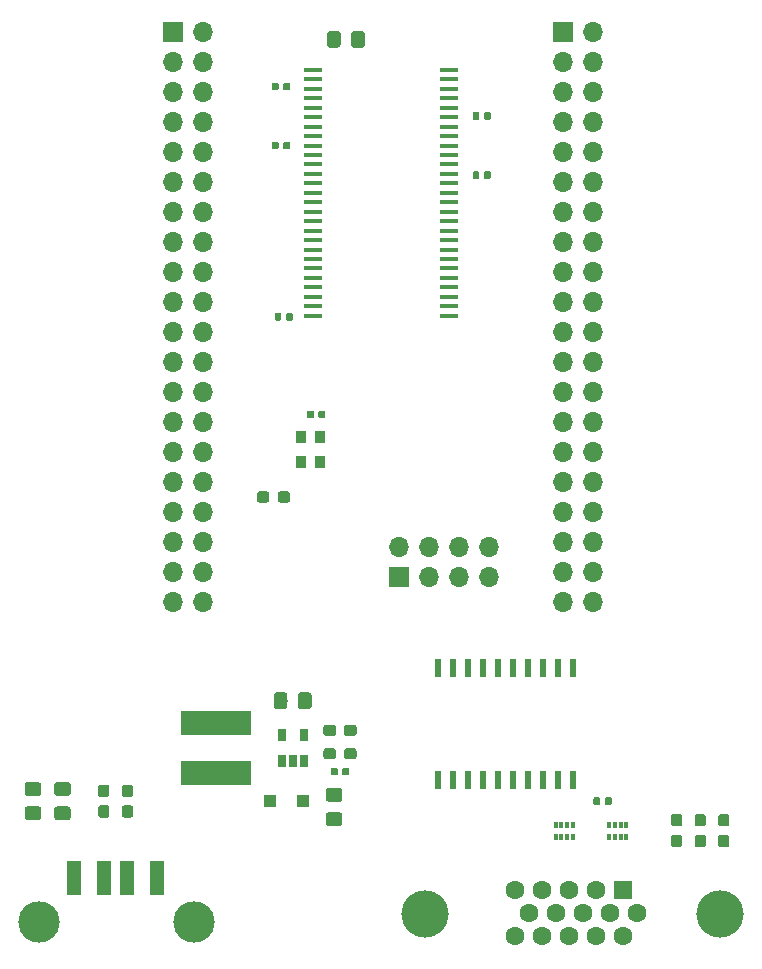
<source format=gts>
G04 #@! TF.GenerationSoftware,KiCad,Pcbnew,5.0.1*
G04 #@! TF.CreationDate,2018-10-22T18:12:29+01:00*
G04 #@! TF.ProjectId,ecp5_soc_hat,656370355F736F635F6861742E6B6963,rev?*
G04 #@! TF.SameCoordinates,Original*
G04 #@! TF.FileFunction,Soldermask,Top*
G04 #@! TF.FilePolarity,Negative*
%FSLAX46Y46*%
G04 Gerber Fmt 4.6, Leading zero omitted, Abs format (unit mm)*
G04 Created by KiCad (PCBNEW 5.0.1) date Mon 22 Oct 2018 18:12:29 BST*
%MOMM*%
%LPD*%
G01*
G04 APERTURE LIST*
%ADD10R,1.700000X1.700000*%
%ADD11O,1.700000X1.700000*%
%ADD12R,0.400000X0.500000*%
%ADD13R,0.300000X0.500000*%
%ADD14C,0.100000*%
%ADD15C,0.590000*%
%ADD16C,1.150000*%
%ADD17R,1.600000X1.600000*%
%ADD18C,1.600000*%
%ADD19C,4.000000*%
%ADD20R,1.250000X3.000000*%
%ADD21C,3.500000*%
%ADD22R,6.000000X2.000000*%
%ADD23R,1.100000X1.100000*%
%ADD24R,0.900000X1.000000*%
%ADD25R,0.600000X1.500000*%
%ADD26R,1.510000X0.458000*%
%ADD27R,0.650000X1.060000*%
%ADD28C,0.950000*%
G04 APERTURE END LIST*
D10*
G04 #@! TO.C,J3*
X136000000Y-104540000D03*
D11*
X136000000Y-102000000D03*
X138540000Y-104540000D03*
X138540000Y-102000000D03*
X141080000Y-104540000D03*
X141080000Y-102000000D03*
X143620000Y-104540000D03*
X143620000Y-102000000D03*
G04 #@! TD*
D12*
G04 #@! TO.C,RN2*
X153750000Y-126500000D03*
D13*
X154250000Y-126500000D03*
D12*
X155250000Y-126500000D03*
D13*
X154750000Y-126500000D03*
D12*
X153750000Y-125500000D03*
D13*
X154750000Y-125500000D03*
X154250000Y-125500000D03*
D12*
X155250000Y-125500000D03*
G04 #@! TD*
G04 #@! TO.C,RN1*
X150750000Y-125500000D03*
D13*
X149750000Y-125500000D03*
X150250000Y-125500000D03*
D12*
X149250000Y-125500000D03*
D13*
X150250000Y-126500000D03*
D12*
X150750000Y-126500000D03*
D13*
X149750000Y-126500000D03*
D12*
X149250000Y-126500000D03*
G04 #@! TD*
D14*
G04 #@! TO.C,C2*
G36*
X125911958Y-82180710D02*
X125926276Y-82182834D01*
X125940317Y-82186351D01*
X125953946Y-82191228D01*
X125967031Y-82197417D01*
X125979447Y-82204858D01*
X125991073Y-82213481D01*
X126001798Y-82223202D01*
X126011519Y-82233927D01*
X126020142Y-82245553D01*
X126027583Y-82257969D01*
X126033772Y-82271054D01*
X126038649Y-82284683D01*
X126042166Y-82298724D01*
X126044290Y-82313042D01*
X126045000Y-82327500D01*
X126045000Y-82672500D01*
X126044290Y-82686958D01*
X126042166Y-82701276D01*
X126038649Y-82715317D01*
X126033772Y-82728946D01*
X126027583Y-82742031D01*
X126020142Y-82754447D01*
X126011519Y-82766073D01*
X126001798Y-82776798D01*
X125991073Y-82786519D01*
X125979447Y-82795142D01*
X125967031Y-82802583D01*
X125953946Y-82808772D01*
X125940317Y-82813649D01*
X125926276Y-82817166D01*
X125911958Y-82819290D01*
X125897500Y-82820000D01*
X125602500Y-82820000D01*
X125588042Y-82819290D01*
X125573724Y-82817166D01*
X125559683Y-82813649D01*
X125546054Y-82808772D01*
X125532969Y-82802583D01*
X125520553Y-82795142D01*
X125508927Y-82786519D01*
X125498202Y-82776798D01*
X125488481Y-82766073D01*
X125479858Y-82754447D01*
X125472417Y-82742031D01*
X125466228Y-82728946D01*
X125461351Y-82715317D01*
X125457834Y-82701276D01*
X125455710Y-82686958D01*
X125455000Y-82672500D01*
X125455000Y-82327500D01*
X125455710Y-82313042D01*
X125457834Y-82298724D01*
X125461351Y-82284683D01*
X125466228Y-82271054D01*
X125472417Y-82257969D01*
X125479858Y-82245553D01*
X125488481Y-82233927D01*
X125498202Y-82223202D01*
X125508927Y-82213481D01*
X125520553Y-82204858D01*
X125532969Y-82197417D01*
X125546054Y-82191228D01*
X125559683Y-82186351D01*
X125573724Y-82182834D01*
X125588042Y-82180710D01*
X125602500Y-82180000D01*
X125897500Y-82180000D01*
X125911958Y-82180710D01*
X125911958Y-82180710D01*
G37*
D15*
X125750000Y-82500000D03*
D14*
G36*
X126881958Y-82180710D02*
X126896276Y-82182834D01*
X126910317Y-82186351D01*
X126923946Y-82191228D01*
X126937031Y-82197417D01*
X126949447Y-82204858D01*
X126961073Y-82213481D01*
X126971798Y-82223202D01*
X126981519Y-82233927D01*
X126990142Y-82245553D01*
X126997583Y-82257969D01*
X127003772Y-82271054D01*
X127008649Y-82284683D01*
X127012166Y-82298724D01*
X127014290Y-82313042D01*
X127015000Y-82327500D01*
X127015000Y-82672500D01*
X127014290Y-82686958D01*
X127012166Y-82701276D01*
X127008649Y-82715317D01*
X127003772Y-82728946D01*
X126997583Y-82742031D01*
X126990142Y-82754447D01*
X126981519Y-82766073D01*
X126971798Y-82776798D01*
X126961073Y-82786519D01*
X126949447Y-82795142D01*
X126937031Y-82802583D01*
X126923946Y-82808772D01*
X126910317Y-82813649D01*
X126896276Y-82817166D01*
X126881958Y-82819290D01*
X126867500Y-82820000D01*
X126572500Y-82820000D01*
X126558042Y-82819290D01*
X126543724Y-82817166D01*
X126529683Y-82813649D01*
X126516054Y-82808772D01*
X126502969Y-82802583D01*
X126490553Y-82795142D01*
X126478927Y-82786519D01*
X126468202Y-82776798D01*
X126458481Y-82766073D01*
X126449858Y-82754447D01*
X126442417Y-82742031D01*
X126436228Y-82728946D01*
X126431351Y-82715317D01*
X126427834Y-82701276D01*
X126425710Y-82686958D01*
X126425000Y-82672500D01*
X126425000Y-82327500D01*
X126425710Y-82313042D01*
X126427834Y-82298724D01*
X126431351Y-82284683D01*
X126436228Y-82271054D01*
X126442417Y-82257969D01*
X126449858Y-82245553D01*
X126458481Y-82233927D01*
X126468202Y-82223202D01*
X126478927Y-82213481D01*
X126490553Y-82204858D01*
X126502969Y-82197417D01*
X126516054Y-82191228D01*
X126529683Y-82186351D01*
X126543724Y-82182834D01*
X126558042Y-82180710D01*
X126572500Y-82180000D01*
X126867500Y-82180000D01*
X126881958Y-82180710D01*
X126881958Y-82180710D01*
G37*
D15*
X126720000Y-82500000D03*
G04 #@! TD*
D14*
G04 #@! TO.C,C3*
G36*
X126646958Y-67680710D02*
X126661276Y-67682834D01*
X126675317Y-67686351D01*
X126688946Y-67691228D01*
X126702031Y-67697417D01*
X126714447Y-67704858D01*
X126726073Y-67713481D01*
X126736798Y-67723202D01*
X126746519Y-67733927D01*
X126755142Y-67745553D01*
X126762583Y-67757969D01*
X126768772Y-67771054D01*
X126773649Y-67784683D01*
X126777166Y-67798724D01*
X126779290Y-67813042D01*
X126780000Y-67827500D01*
X126780000Y-68172500D01*
X126779290Y-68186958D01*
X126777166Y-68201276D01*
X126773649Y-68215317D01*
X126768772Y-68228946D01*
X126762583Y-68242031D01*
X126755142Y-68254447D01*
X126746519Y-68266073D01*
X126736798Y-68276798D01*
X126726073Y-68286519D01*
X126714447Y-68295142D01*
X126702031Y-68302583D01*
X126688946Y-68308772D01*
X126675317Y-68313649D01*
X126661276Y-68317166D01*
X126646958Y-68319290D01*
X126632500Y-68320000D01*
X126337500Y-68320000D01*
X126323042Y-68319290D01*
X126308724Y-68317166D01*
X126294683Y-68313649D01*
X126281054Y-68308772D01*
X126267969Y-68302583D01*
X126255553Y-68295142D01*
X126243927Y-68286519D01*
X126233202Y-68276798D01*
X126223481Y-68266073D01*
X126214858Y-68254447D01*
X126207417Y-68242031D01*
X126201228Y-68228946D01*
X126196351Y-68215317D01*
X126192834Y-68201276D01*
X126190710Y-68186958D01*
X126190000Y-68172500D01*
X126190000Y-67827500D01*
X126190710Y-67813042D01*
X126192834Y-67798724D01*
X126196351Y-67784683D01*
X126201228Y-67771054D01*
X126207417Y-67757969D01*
X126214858Y-67745553D01*
X126223481Y-67733927D01*
X126233202Y-67723202D01*
X126243927Y-67713481D01*
X126255553Y-67704858D01*
X126267969Y-67697417D01*
X126281054Y-67691228D01*
X126294683Y-67686351D01*
X126308724Y-67682834D01*
X126323042Y-67680710D01*
X126337500Y-67680000D01*
X126632500Y-67680000D01*
X126646958Y-67680710D01*
X126646958Y-67680710D01*
G37*
D15*
X126485000Y-68000000D03*
D14*
G36*
X125676958Y-67680710D02*
X125691276Y-67682834D01*
X125705317Y-67686351D01*
X125718946Y-67691228D01*
X125732031Y-67697417D01*
X125744447Y-67704858D01*
X125756073Y-67713481D01*
X125766798Y-67723202D01*
X125776519Y-67733927D01*
X125785142Y-67745553D01*
X125792583Y-67757969D01*
X125798772Y-67771054D01*
X125803649Y-67784683D01*
X125807166Y-67798724D01*
X125809290Y-67813042D01*
X125810000Y-67827500D01*
X125810000Y-68172500D01*
X125809290Y-68186958D01*
X125807166Y-68201276D01*
X125803649Y-68215317D01*
X125798772Y-68228946D01*
X125792583Y-68242031D01*
X125785142Y-68254447D01*
X125776519Y-68266073D01*
X125766798Y-68276798D01*
X125756073Y-68286519D01*
X125744447Y-68295142D01*
X125732031Y-68302583D01*
X125718946Y-68308772D01*
X125705317Y-68313649D01*
X125691276Y-68317166D01*
X125676958Y-68319290D01*
X125662500Y-68320000D01*
X125367500Y-68320000D01*
X125353042Y-68319290D01*
X125338724Y-68317166D01*
X125324683Y-68313649D01*
X125311054Y-68308772D01*
X125297969Y-68302583D01*
X125285553Y-68295142D01*
X125273927Y-68286519D01*
X125263202Y-68276798D01*
X125253481Y-68266073D01*
X125244858Y-68254447D01*
X125237417Y-68242031D01*
X125231228Y-68228946D01*
X125226351Y-68215317D01*
X125222834Y-68201276D01*
X125220710Y-68186958D01*
X125220000Y-68172500D01*
X125220000Y-67827500D01*
X125220710Y-67813042D01*
X125222834Y-67798724D01*
X125226351Y-67784683D01*
X125231228Y-67771054D01*
X125237417Y-67757969D01*
X125244858Y-67745553D01*
X125253481Y-67733927D01*
X125263202Y-67723202D01*
X125273927Y-67713481D01*
X125285553Y-67704858D01*
X125297969Y-67697417D01*
X125311054Y-67691228D01*
X125324683Y-67686351D01*
X125338724Y-67682834D01*
X125353042Y-67680710D01*
X125367500Y-67680000D01*
X125662500Y-67680000D01*
X125676958Y-67680710D01*
X125676958Y-67680710D01*
G37*
D15*
X125515000Y-68000000D03*
G04 #@! TD*
D14*
G04 #@! TO.C,C4*
G36*
X125676958Y-62680710D02*
X125691276Y-62682834D01*
X125705317Y-62686351D01*
X125718946Y-62691228D01*
X125732031Y-62697417D01*
X125744447Y-62704858D01*
X125756073Y-62713481D01*
X125766798Y-62723202D01*
X125776519Y-62733927D01*
X125785142Y-62745553D01*
X125792583Y-62757969D01*
X125798772Y-62771054D01*
X125803649Y-62784683D01*
X125807166Y-62798724D01*
X125809290Y-62813042D01*
X125810000Y-62827500D01*
X125810000Y-63172500D01*
X125809290Y-63186958D01*
X125807166Y-63201276D01*
X125803649Y-63215317D01*
X125798772Y-63228946D01*
X125792583Y-63242031D01*
X125785142Y-63254447D01*
X125776519Y-63266073D01*
X125766798Y-63276798D01*
X125756073Y-63286519D01*
X125744447Y-63295142D01*
X125732031Y-63302583D01*
X125718946Y-63308772D01*
X125705317Y-63313649D01*
X125691276Y-63317166D01*
X125676958Y-63319290D01*
X125662500Y-63320000D01*
X125367500Y-63320000D01*
X125353042Y-63319290D01*
X125338724Y-63317166D01*
X125324683Y-63313649D01*
X125311054Y-63308772D01*
X125297969Y-63302583D01*
X125285553Y-63295142D01*
X125273927Y-63286519D01*
X125263202Y-63276798D01*
X125253481Y-63266073D01*
X125244858Y-63254447D01*
X125237417Y-63242031D01*
X125231228Y-63228946D01*
X125226351Y-63215317D01*
X125222834Y-63201276D01*
X125220710Y-63186958D01*
X125220000Y-63172500D01*
X125220000Y-62827500D01*
X125220710Y-62813042D01*
X125222834Y-62798724D01*
X125226351Y-62784683D01*
X125231228Y-62771054D01*
X125237417Y-62757969D01*
X125244858Y-62745553D01*
X125253481Y-62733927D01*
X125263202Y-62723202D01*
X125273927Y-62713481D01*
X125285553Y-62704858D01*
X125297969Y-62697417D01*
X125311054Y-62691228D01*
X125324683Y-62686351D01*
X125338724Y-62682834D01*
X125353042Y-62680710D01*
X125367500Y-62680000D01*
X125662500Y-62680000D01*
X125676958Y-62680710D01*
X125676958Y-62680710D01*
G37*
D15*
X125515000Y-63000000D03*
D14*
G36*
X126646958Y-62680710D02*
X126661276Y-62682834D01*
X126675317Y-62686351D01*
X126688946Y-62691228D01*
X126702031Y-62697417D01*
X126714447Y-62704858D01*
X126726073Y-62713481D01*
X126736798Y-62723202D01*
X126746519Y-62733927D01*
X126755142Y-62745553D01*
X126762583Y-62757969D01*
X126768772Y-62771054D01*
X126773649Y-62784683D01*
X126777166Y-62798724D01*
X126779290Y-62813042D01*
X126780000Y-62827500D01*
X126780000Y-63172500D01*
X126779290Y-63186958D01*
X126777166Y-63201276D01*
X126773649Y-63215317D01*
X126768772Y-63228946D01*
X126762583Y-63242031D01*
X126755142Y-63254447D01*
X126746519Y-63266073D01*
X126736798Y-63276798D01*
X126726073Y-63286519D01*
X126714447Y-63295142D01*
X126702031Y-63302583D01*
X126688946Y-63308772D01*
X126675317Y-63313649D01*
X126661276Y-63317166D01*
X126646958Y-63319290D01*
X126632500Y-63320000D01*
X126337500Y-63320000D01*
X126323042Y-63319290D01*
X126308724Y-63317166D01*
X126294683Y-63313649D01*
X126281054Y-63308772D01*
X126267969Y-63302583D01*
X126255553Y-63295142D01*
X126243927Y-63286519D01*
X126233202Y-63276798D01*
X126223481Y-63266073D01*
X126214858Y-63254447D01*
X126207417Y-63242031D01*
X126201228Y-63228946D01*
X126196351Y-63215317D01*
X126192834Y-63201276D01*
X126190710Y-63186958D01*
X126190000Y-63172500D01*
X126190000Y-62827500D01*
X126190710Y-62813042D01*
X126192834Y-62798724D01*
X126196351Y-62784683D01*
X126201228Y-62771054D01*
X126207417Y-62757969D01*
X126214858Y-62745553D01*
X126223481Y-62733927D01*
X126233202Y-62723202D01*
X126243927Y-62713481D01*
X126255553Y-62704858D01*
X126267969Y-62697417D01*
X126281054Y-62691228D01*
X126294683Y-62686351D01*
X126308724Y-62682834D01*
X126323042Y-62680710D01*
X126337500Y-62680000D01*
X126632500Y-62680000D01*
X126646958Y-62680710D01*
X126646958Y-62680710D01*
G37*
D15*
X126485000Y-63000000D03*
G04 #@! TD*
D14*
G04 #@! TO.C,C5*
G36*
X142676958Y-70180710D02*
X142691276Y-70182834D01*
X142705317Y-70186351D01*
X142718946Y-70191228D01*
X142732031Y-70197417D01*
X142744447Y-70204858D01*
X142756073Y-70213481D01*
X142766798Y-70223202D01*
X142776519Y-70233927D01*
X142785142Y-70245553D01*
X142792583Y-70257969D01*
X142798772Y-70271054D01*
X142803649Y-70284683D01*
X142807166Y-70298724D01*
X142809290Y-70313042D01*
X142810000Y-70327500D01*
X142810000Y-70672500D01*
X142809290Y-70686958D01*
X142807166Y-70701276D01*
X142803649Y-70715317D01*
X142798772Y-70728946D01*
X142792583Y-70742031D01*
X142785142Y-70754447D01*
X142776519Y-70766073D01*
X142766798Y-70776798D01*
X142756073Y-70786519D01*
X142744447Y-70795142D01*
X142732031Y-70802583D01*
X142718946Y-70808772D01*
X142705317Y-70813649D01*
X142691276Y-70817166D01*
X142676958Y-70819290D01*
X142662500Y-70820000D01*
X142367500Y-70820000D01*
X142353042Y-70819290D01*
X142338724Y-70817166D01*
X142324683Y-70813649D01*
X142311054Y-70808772D01*
X142297969Y-70802583D01*
X142285553Y-70795142D01*
X142273927Y-70786519D01*
X142263202Y-70776798D01*
X142253481Y-70766073D01*
X142244858Y-70754447D01*
X142237417Y-70742031D01*
X142231228Y-70728946D01*
X142226351Y-70715317D01*
X142222834Y-70701276D01*
X142220710Y-70686958D01*
X142220000Y-70672500D01*
X142220000Y-70327500D01*
X142220710Y-70313042D01*
X142222834Y-70298724D01*
X142226351Y-70284683D01*
X142231228Y-70271054D01*
X142237417Y-70257969D01*
X142244858Y-70245553D01*
X142253481Y-70233927D01*
X142263202Y-70223202D01*
X142273927Y-70213481D01*
X142285553Y-70204858D01*
X142297969Y-70197417D01*
X142311054Y-70191228D01*
X142324683Y-70186351D01*
X142338724Y-70182834D01*
X142353042Y-70180710D01*
X142367500Y-70180000D01*
X142662500Y-70180000D01*
X142676958Y-70180710D01*
X142676958Y-70180710D01*
G37*
D15*
X142515000Y-70500000D03*
D14*
G36*
X143646958Y-70180710D02*
X143661276Y-70182834D01*
X143675317Y-70186351D01*
X143688946Y-70191228D01*
X143702031Y-70197417D01*
X143714447Y-70204858D01*
X143726073Y-70213481D01*
X143736798Y-70223202D01*
X143746519Y-70233927D01*
X143755142Y-70245553D01*
X143762583Y-70257969D01*
X143768772Y-70271054D01*
X143773649Y-70284683D01*
X143777166Y-70298724D01*
X143779290Y-70313042D01*
X143780000Y-70327500D01*
X143780000Y-70672500D01*
X143779290Y-70686958D01*
X143777166Y-70701276D01*
X143773649Y-70715317D01*
X143768772Y-70728946D01*
X143762583Y-70742031D01*
X143755142Y-70754447D01*
X143746519Y-70766073D01*
X143736798Y-70776798D01*
X143726073Y-70786519D01*
X143714447Y-70795142D01*
X143702031Y-70802583D01*
X143688946Y-70808772D01*
X143675317Y-70813649D01*
X143661276Y-70817166D01*
X143646958Y-70819290D01*
X143632500Y-70820000D01*
X143337500Y-70820000D01*
X143323042Y-70819290D01*
X143308724Y-70817166D01*
X143294683Y-70813649D01*
X143281054Y-70808772D01*
X143267969Y-70802583D01*
X143255553Y-70795142D01*
X143243927Y-70786519D01*
X143233202Y-70776798D01*
X143223481Y-70766073D01*
X143214858Y-70754447D01*
X143207417Y-70742031D01*
X143201228Y-70728946D01*
X143196351Y-70715317D01*
X143192834Y-70701276D01*
X143190710Y-70686958D01*
X143190000Y-70672500D01*
X143190000Y-70327500D01*
X143190710Y-70313042D01*
X143192834Y-70298724D01*
X143196351Y-70284683D01*
X143201228Y-70271054D01*
X143207417Y-70257969D01*
X143214858Y-70245553D01*
X143223481Y-70233927D01*
X143233202Y-70223202D01*
X143243927Y-70213481D01*
X143255553Y-70204858D01*
X143267969Y-70197417D01*
X143281054Y-70191228D01*
X143294683Y-70186351D01*
X143308724Y-70182834D01*
X143323042Y-70180710D01*
X143337500Y-70180000D01*
X143632500Y-70180000D01*
X143646958Y-70180710D01*
X143646958Y-70180710D01*
G37*
D15*
X143485000Y-70500000D03*
G04 #@! TD*
D14*
G04 #@! TO.C,C6*
G36*
X143646958Y-65180710D02*
X143661276Y-65182834D01*
X143675317Y-65186351D01*
X143688946Y-65191228D01*
X143702031Y-65197417D01*
X143714447Y-65204858D01*
X143726073Y-65213481D01*
X143736798Y-65223202D01*
X143746519Y-65233927D01*
X143755142Y-65245553D01*
X143762583Y-65257969D01*
X143768772Y-65271054D01*
X143773649Y-65284683D01*
X143777166Y-65298724D01*
X143779290Y-65313042D01*
X143780000Y-65327500D01*
X143780000Y-65672500D01*
X143779290Y-65686958D01*
X143777166Y-65701276D01*
X143773649Y-65715317D01*
X143768772Y-65728946D01*
X143762583Y-65742031D01*
X143755142Y-65754447D01*
X143746519Y-65766073D01*
X143736798Y-65776798D01*
X143726073Y-65786519D01*
X143714447Y-65795142D01*
X143702031Y-65802583D01*
X143688946Y-65808772D01*
X143675317Y-65813649D01*
X143661276Y-65817166D01*
X143646958Y-65819290D01*
X143632500Y-65820000D01*
X143337500Y-65820000D01*
X143323042Y-65819290D01*
X143308724Y-65817166D01*
X143294683Y-65813649D01*
X143281054Y-65808772D01*
X143267969Y-65802583D01*
X143255553Y-65795142D01*
X143243927Y-65786519D01*
X143233202Y-65776798D01*
X143223481Y-65766073D01*
X143214858Y-65754447D01*
X143207417Y-65742031D01*
X143201228Y-65728946D01*
X143196351Y-65715317D01*
X143192834Y-65701276D01*
X143190710Y-65686958D01*
X143190000Y-65672500D01*
X143190000Y-65327500D01*
X143190710Y-65313042D01*
X143192834Y-65298724D01*
X143196351Y-65284683D01*
X143201228Y-65271054D01*
X143207417Y-65257969D01*
X143214858Y-65245553D01*
X143223481Y-65233927D01*
X143233202Y-65223202D01*
X143243927Y-65213481D01*
X143255553Y-65204858D01*
X143267969Y-65197417D01*
X143281054Y-65191228D01*
X143294683Y-65186351D01*
X143308724Y-65182834D01*
X143323042Y-65180710D01*
X143337500Y-65180000D01*
X143632500Y-65180000D01*
X143646958Y-65180710D01*
X143646958Y-65180710D01*
G37*
D15*
X143485000Y-65500000D03*
D14*
G36*
X142676958Y-65180710D02*
X142691276Y-65182834D01*
X142705317Y-65186351D01*
X142718946Y-65191228D01*
X142732031Y-65197417D01*
X142744447Y-65204858D01*
X142756073Y-65213481D01*
X142766798Y-65223202D01*
X142776519Y-65233927D01*
X142785142Y-65245553D01*
X142792583Y-65257969D01*
X142798772Y-65271054D01*
X142803649Y-65284683D01*
X142807166Y-65298724D01*
X142809290Y-65313042D01*
X142810000Y-65327500D01*
X142810000Y-65672500D01*
X142809290Y-65686958D01*
X142807166Y-65701276D01*
X142803649Y-65715317D01*
X142798772Y-65728946D01*
X142792583Y-65742031D01*
X142785142Y-65754447D01*
X142776519Y-65766073D01*
X142766798Y-65776798D01*
X142756073Y-65786519D01*
X142744447Y-65795142D01*
X142732031Y-65802583D01*
X142718946Y-65808772D01*
X142705317Y-65813649D01*
X142691276Y-65817166D01*
X142676958Y-65819290D01*
X142662500Y-65820000D01*
X142367500Y-65820000D01*
X142353042Y-65819290D01*
X142338724Y-65817166D01*
X142324683Y-65813649D01*
X142311054Y-65808772D01*
X142297969Y-65802583D01*
X142285553Y-65795142D01*
X142273927Y-65786519D01*
X142263202Y-65776798D01*
X142253481Y-65766073D01*
X142244858Y-65754447D01*
X142237417Y-65742031D01*
X142231228Y-65728946D01*
X142226351Y-65715317D01*
X142222834Y-65701276D01*
X142220710Y-65686958D01*
X142220000Y-65672500D01*
X142220000Y-65327500D01*
X142220710Y-65313042D01*
X142222834Y-65298724D01*
X142226351Y-65284683D01*
X142231228Y-65271054D01*
X142237417Y-65257969D01*
X142244858Y-65245553D01*
X142253481Y-65233927D01*
X142263202Y-65223202D01*
X142273927Y-65213481D01*
X142285553Y-65204858D01*
X142297969Y-65197417D01*
X142311054Y-65191228D01*
X142324683Y-65186351D01*
X142338724Y-65182834D01*
X142353042Y-65180710D01*
X142367500Y-65180000D01*
X142662500Y-65180000D01*
X142676958Y-65180710D01*
X142676958Y-65180710D01*
G37*
D15*
X142515000Y-65500000D03*
G04 #@! TD*
D14*
G04 #@! TO.C,C7*
G36*
X129631958Y-90430710D02*
X129646276Y-90432834D01*
X129660317Y-90436351D01*
X129673946Y-90441228D01*
X129687031Y-90447417D01*
X129699447Y-90454858D01*
X129711073Y-90463481D01*
X129721798Y-90473202D01*
X129731519Y-90483927D01*
X129740142Y-90495553D01*
X129747583Y-90507969D01*
X129753772Y-90521054D01*
X129758649Y-90534683D01*
X129762166Y-90548724D01*
X129764290Y-90563042D01*
X129765000Y-90577500D01*
X129765000Y-90922500D01*
X129764290Y-90936958D01*
X129762166Y-90951276D01*
X129758649Y-90965317D01*
X129753772Y-90978946D01*
X129747583Y-90992031D01*
X129740142Y-91004447D01*
X129731519Y-91016073D01*
X129721798Y-91026798D01*
X129711073Y-91036519D01*
X129699447Y-91045142D01*
X129687031Y-91052583D01*
X129673946Y-91058772D01*
X129660317Y-91063649D01*
X129646276Y-91067166D01*
X129631958Y-91069290D01*
X129617500Y-91070000D01*
X129322500Y-91070000D01*
X129308042Y-91069290D01*
X129293724Y-91067166D01*
X129279683Y-91063649D01*
X129266054Y-91058772D01*
X129252969Y-91052583D01*
X129240553Y-91045142D01*
X129228927Y-91036519D01*
X129218202Y-91026798D01*
X129208481Y-91016073D01*
X129199858Y-91004447D01*
X129192417Y-90992031D01*
X129186228Y-90978946D01*
X129181351Y-90965317D01*
X129177834Y-90951276D01*
X129175710Y-90936958D01*
X129175000Y-90922500D01*
X129175000Y-90577500D01*
X129175710Y-90563042D01*
X129177834Y-90548724D01*
X129181351Y-90534683D01*
X129186228Y-90521054D01*
X129192417Y-90507969D01*
X129199858Y-90495553D01*
X129208481Y-90483927D01*
X129218202Y-90473202D01*
X129228927Y-90463481D01*
X129240553Y-90454858D01*
X129252969Y-90447417D01*
X129266054Y-90441228D01*
X129279683Y-90436351D01*
X129293724Y-90432834D01*
X129308042Y-90430710D01*
X129322500Y-90430000D01*
X129617500Y-90430000D01*
X129631958Y-90430710D01*
X129631958Y-90430710D01*
G37*
D15*
X129470000Y-90750000D03*
D14*
G36*
X128661958Y-90430710D02*
X128676276Y-90432834D01*
X128690317Y-90436351D01*
X128703946Y-90441228D01*
X128717031Y-90447417D01*
X128729447Y-90454858D01*
X128741073Y-90463481D01*
X128751798Y-90473202D01*
X128761519Y-90483927D01*
X128770142Y-90495553D01*
X128777583Y-90507969D01*
X128783772Y-90521054D01*
X128788649Y-90534683D01*
X128792166Y-90548724D01*
X128794290Y-90563042D01*
X128795000Y-90577500D01*
X128795000Y-90922500D01*
X128794290Y-90936958D01*
X128792166Y-90951276D01*
X128788649Y-90965317D01*
X128783772Y-90978946D01*
X128777583Y-90992031D01*
X128770142Y-91004447D01*
X128761519Y-91016073D01*
X128751798Y-91026798D01*
X128741073Y-91036519D01*
X128729447Y-91045142D01*
X128717031Y-91052583D01*
X128703946Y-91058772D01*
X128690317Y-91063649D01*
X128676276Y-91067166D01*
X128661958Y-91069290D01*
X128647500Y-91070000D01*
X128352500Y-91070000D01*
X128338042Y-91069290D01*
X128323724Y-91067166D01*
X128309683Y-91063649D01*
X128296054Y-91058772D01*
X128282969Y-91052583D01*
X128270553Y-91045142D01*
X128258927Y-91036519D01*
X128248202Y-91026798D01*
X128238481Y-91016073D01*
X128229858Y-91004447D01*
X128222417Y-90992031D01*
X128216228Y-90978946D01*
X128211351Y-90965317D01*
X128207834Y-90951276D01*
X128205710Y-90936958D01*
X128205000Y-90922500D01*
X128205000Y-90577500D01*
X128205710Y-90563042D01*
X128207834Y-90548724D01*
X128211351Y-90534683D01*
X128216228Y-90521054D01*
X128222417Y-90507969D01*
X128229858Y-90495553D01*
X128238481Y-90483927D01*
X128248202Y-90473202D01*
X128258927Y-90463481D01*
X128270553Y-90454858D01*
X128282969Y-90447417D01*
X128296054Y-90441228D01*
X128309683Y-90436351D01*
X128323724Y-90432834D01*
X128338042Y-90430710D01*
X128352500Y-90430000D01*
X128647500Y-90430000D01*
X128661958Y-90430710D01*
X128661958Y-90430710D01*
G37*
D15*
X128500000Y-90750000D03*
G04 #@! TD*
D14*
G04 #@! TO.C,C8*
G36*
X153881958Y-123180710D02*
X153896276Y-123182834D01*
X153910317Y-123186351D01*
X153923946Y-123191228D01*
X153937031Y-123197417D01*
X153949447Y-123204858D01*
X153961073Y-123213481D01*
X153971798Y-123223202D01*
X153981519Y-123233927D01*
X153990142Y-123245553D01*
X153997583Y-123257969D01*
X154003772Y-123271054D01*
X154008649Y-123284683D01*
X154012166Y-123298724D01*
X154014290Y-123313042D01*
X154015000Y-123327500D01*
X154015000Y-123672500D01*
X154014290Y-123686958D01*
X154012166Y-123701276D01*
X154008649Y-123715317D01*
X154003772Y-123728946D01*
X153997583Y-123742031D01*
X153990142Y-123754447D01*
X153981519Y-123766073D01*
X153971798Y-123776798D01*
X153961073Y-123786519D01*
X153949447Y-123795142D01*
X153937031Y-123802583D01*
X153923946Y-123808772D01*
X153910317Y-123813649D01*
X153896276Y-123817166D01*
X153881958Y-123819290D01*
X153867500Y-123820000D01*
X153572500Y-123820000D01*
X153558042Y-123819290D01*
X153543724Y-123817166D01*
X153529683Y-123813649D01*
X153516054Y-123808772D01*
X153502969Y-123802583D01*
X153490553Y-123795142D01*
X153478927Y-123786519D01*
X153468202Y-123776798D01*
X153458481Y-123766073D01*
X153449858Y-123754447D01*
X153442417Y-123742031D01*
X153436228Y-123728946D01*
X153431351Y-123715317D01*
X153427834Y-123701276D01*
X153425710Y-123686958D01*
X153425000Y-123672500D01*
X153425000Y-123327500D01*
X153425710Y-123313042D01*
X153427834Y-123298724D01*
X153431351Y-123284683D01*
X153436228Y-123271054D01*
X153442417Y-123257969D01*
X153449858Y-123245553D01*
X153458481Y-123233927D01*
X153468202Y-123223202D01*
X153478927Y-123213481D01*
X153490553Y-123204858D01*
X153502969Y-123197417D01*
X153516054Y-123191228D01*
X153529683Y-123186351D01*
X153543724Y-123182834D01*
X153558042Y-123180710D01*
X153572500Y-123180000D01*
X153867500Y-123180000D01*
X153881958Y-123180710D01*
X153881958Y-123180710D01*
G37*
D15*
X153720000Y-123500000D03*
D14*
G36*
X152911958Y-123180710D02*
X152926276Y-123182834D01*
X152940317Y-123186351D01*
X152953946Y-123191228D01*
X152967031Y-123197417D01*
X152979447Y-123204858D01*
X152991073Y-123213481D01*
X153001798Y-123223202D01*
X153011519Y-123233927D01*
X153020142Y-123245553D01*
X153027583Y-123257969D01*
X153033772Y-123271054D01*
X153038649Y-123284683D01*
X153042166Y-123298724D01*
X153044290Y-123313042D01*
X153045000Y-123327500D01*
X153045000Y-123672500D01*
X153044290Y-123686958D01*
X153042166Y-123701276D01*
X153038649Y-123715317D01*
X153033772Y-123728946D01*
X153027583Y-123742031D01*
X153020142Y-123754447D01*
X153011519Y-123766073D01*
X153001798Y-123776798D01*
X152991073Y-123786519D01*
X152979447Y-123795142D01*
X152967031Y-123802583D01*
X152953946Y-123808772D01*
X152940317Y-123813649D01*
X152926276Y-123817166D01*
X152911958Y-123819290D01*
X152897500Y-123820000D01*
X152602500Y-123820000D01*
X152588042Y-123819290D01*
X152573724Y-123817166D01*
X152559683Y-123813649D01*
X152546054Y-123808772D01*
X152532969Y-123802583D01*
X152520553Y-123795142D01*
X152508927Y-123786519D01*
X152498202Y-123776798D01*
X152488481Y-123766073D01*
X152479858Y-123754447D01*
X152472417Y-123742031D01*
X152466228Y-123728946D01*
X152461351Y-123715317D01*
X152457834Y-123701276D01*
X152455710Y-123686958D01*
X152455000Y-123672500D01*
X152455000Y-123327500D01*
X152455710Y-123313042D01*
X152457834Y-123298724D01*
X152461351Y-123284683D01*
X152466228Y-123271054D01*
X152472417Y-123257969D01*
X152479858Y-123245553D01*
X152488481Y-123233927D01*
X152498202Y-123223202D01*
X152508927Y-123213481D01*
X152520553Y-123204858D01*
X152532969Y-123197417D01*
X152546054Y-123191228D01*
X152559683Y-123186351D01*
X152573724Y-123182834D01*
X152588042Y-123180710D01*
X152602500Y-123180000D01*
X152897500Y-123180000D01*
X152911958Y-123180710D01*
X152911958Y-123180710D01*
G37*
D15*
X152750000Y-123500000D03*
G04 #@! TD*
D14*
G04 #@! TO.C,C10*
G36*
X131646958Y-120680710D02*
X131661276Y-120682834D01*
X131675317Y-120686351D01*
X131688946Y-120691228D01*
X131702031Y-120697417D01*
X131714447Y-120704858D01*
X131726073Y-120713481D01*
X131736798Y-120723202D01*
X131746519Y-120733927D01*
X131755142Y-120745553D01*
X131762583Y-120757969D01*
X131768772Y-120771054D01*
X131773649Y-120784683D01*
X131777166Y-120798724D01*
X131779290Y-120813042D01*
X131780000Y-120827500D01*
X131780000Y-121172500D01*
X131779290Y-121186958D01*
X131777166Y-121201276D01*
X131773649Y-121215317D01*
X131768772Y-121228946D01*
X131762583Y-121242031D01*
X131755142Y-121254447D01*
X131746519Y-121266073D01*
X131736798Y-121276798D01*
X131726073Y-121286519D01*
X131714447Y-121295142D01*
X131702031Y-121302583D01*
X131688946Y-121308772D01*
X131675317Y-121313649D01*
X131661276Y-121317166D01*
X131646958Y-121319290D01*
X131632500Y-121320000D01*
X131337500Y-121320000D01*
X131323042Y-121319290D01*
X131308724Y-121317166D01*
X131294683Y-121313649D01*
X131281054Y-121308772D01*
X131267969Y-121302583D01*
X131255553Y-121295142D01*
X131243927Y-121286519D01*
X131233202Y-121276798D01*
X131223481Y-121266073D01*
X131214858Y-121254447D01*
X131207417Y-121242031D01*
X131201228Y-121228946D01*
X131196351Y-121215317D01*
X131192834Y-121201276D01*
X131190710Y-121186958D01*
X131190000Y-121172500D01*
X131190000Y-120827500D01*
X131190710Y-120813042D01*
X131192834Y-120798724D01*
X131196351Y-120784683D01*
X131201228Y-120771054D01*
X131207417Y-120757969D01*
X131214858Y-120745553D01*
X131223481Y-120733927D01*
X131233202Y-120723202D01*
X131243927Y-120713481D01*
X131255553Y-120704858D01*
X131267969Y-120697417D01*
X131281054Y-120691228D01*
X131294683Y-120686351D01*
X131308724Y-120682834D01*
X131323042Y-120680710D01*
X131337500Y-120680000D01*
X131632500Y-120680000D01*
X131646958Y-120680710D01*
X131646958Y-120680710D01*
G37*
D15*
X131485000Y-121000000D03*
D14*
G36*
X130676958Y-120680710D02*
X130691276Y-120682834D01*
X130705317Y-120686351D01*
X130718946Y-120691228D01*
X130732031Y-120697417D01*
X130744447Y-120704858D01*
X130756073Y-120713481D01*
X130766798Y-120723202D01*
X130776519Y-120733927D01*
X130785142Y-120745553D01*
X130792583Y-120757969D01*
X130798772Y-120771054D01*
X130803649Y-120784683D01*
X130807166Y-120798724D01*
X130809290Y-120813042D01*
X130810000Y-120827500D01*
X130810000Y-121172500D01*
X130809290Y-121186958D01*
X130807166Y-121201276D01*
X130803649Y-121215317D01*
X130798772Y-121228946D01*
X130792583Y-121242031D01*
X130785142Y-121254447D01*
X130776519Y-121266073D01*
X130766798Y-121276798D01*
X130756073Y-121286519D01*
X130744447Y-121295142D01*
X130732031Y-121302583D01*
X130718946Y-121308772D01*
X130705317Y-121313649D01*
X130691276Y-121317166D01*
X130676958Y-121319290D01*
X130662500Y-121320000D01*
X130367500Y-121320000D01*
X130353042Y-121319290D01*
X130338724Y-121317166D01*
X130324683Y-121313649D01*
X130311054Y-121308772D01*
X130297969Y-121302583D01*
X130285553Y-121295142D01*
X130273927Y-121286519D01*
X130263202Y-121276798D01*
X130253481Y-121266073D01*
X130244858Y-121254447D01*
X130237417Y-121242031D01*
X130231228Y-121228946D01*
X130226351Y-121215317D01*
X130222834Y-121201276D01*
X130220710Y-121186958D01*
X130220000Y-121172500D01*
X130220000Y-120827500D01*
X130220710Y-120813042D01*
X130222834Y-120798724D01*
X130226351Y-120784683D01*
X130231228Y-120771054D01*
X130237417Y-120757969D01*
X130244858Y-120745553D01*
X130253481Y-120733927D01*
X130263202Y-120723202D01*
X130273927Y-120713481D01*
X130285553Y-120704858D01*
X130297969Y-120697417D01*
X130311054Y-120691228D01*
X130324683Y-120686351D01*
X130338724Y-120682834D01*
X130353042Y-120680710D01*
X130367500Y-120680000D01*
X130662500Y-120680000D01*
X130676958Y-120680710D01*
X130676958Y-120680710D01*
G37*
D15*
X130515000Y-121000000D03*
G04 #@! TD*
D14*
G04 #@! TO.C,C1*
G36*
X130824505Y-58301204D02*
X130848773Y-58304804D01*
X130872572Y-58310765D01*
X130895671Y-58319030D01*
X130917850Y-58329520D01*
X130938893Y-58342132D01*
X130958599Y-58356747D01*
X130976777Y-58373223D01*
X130993253Y-58391401D01*
X131007868Y-58411107D01*
X131020480Y-58432150D01*
X131030970Y-58454329D01*
X131039235Y-58477428D01*
X131045196Y-58501227D01*
X131048796Y-58525495D01*
X131050000Y-58549999D01*
X131050000Y-59450001D01*
X131048796Y-59474505D01*
X131045196Y-59498773D01*
X131039235Y-59522572D01*
X131030970Y-59545671D01*
X131020480Y-59567850D01*
X131007868Y-59588893D01*
X130993253Y-59608599D01*
X130976777Y-59626777D01*
X130958599Y-59643253D01*
X130938893Y-59657868D01*
X130917850Y-59670480D01*
X130895671Y-59680970D01*
X130872572Y-59689235D01*
X130848773Y-59695196D01*
X130824505Y-59698796D01*
X130800001Y-59700000D01*
X130149999Y-59700000D01*
X130125495Y-59698796D01*
X130101227Y-59695196D01*
X130077428Y-59689235D01*
X130054329Y-59680970D01*
X130032150Y-59670480D01*
X130011107Y-59657868D01*
X129991401Y-59643253D01*
X129973223Y-59626777D01*
X129956747Y-59608599D01*
X129942132Y-59588893D01*
X129929520Y-59567850D01*
X129919030Y-59545671D01*
X129910765Y-59522572D01*
X129904804Y-59498773D01*
X129901204Y-59474505D01*
X129900000Y-59450001D01*
X129900000Y-58549999D01*
X129901204Y-58525495D01*
X129904804Y-58501227D01*
X129910765Y-58477428D01*
X129919030Y-58454329D01*
X129929520Y-58432150D01*
X129942132Y-58411107D01*
X129956747Y-58391401D01*
X129973223Y-58373223D01*
X129991401Y-58356747D01*
X130011107Y-58342132D01*
X130032150Y-58329520D01*
X130054329Y-58319030D01*
X130077428Y-58310765D01*
X130101227Y-58304804D01*
X130125495Y-58301204D01*
X130149999Y-58300000D01*
X130800001Y-58300000D01*
X130824505Y-58301204D01*
X130824505Y-58301204D01*
G37*
D16*
X130475000Y-59000000D03*
D14*
G36*
X132874505Y-58301204D02*
X132898773Y-58304804D01*
X132922572Y-58310765D01*
X132945671Y-58319030D01*
X132967850Y-58329520D01*
X132988893Y-58342132D01*
X133008599Y-58356747D01*
X133026777Y-58373223D01*
X133043253Y-58391401D01*
X133057868Y-58411107D01*
X133070480Y-58432150D01*
X133080970Y-58454329D01*
X133089235Y-58477428D01*
X133095196Y-58501227D01*
X133098796Y-58525495D01*
X133100000Y-58549999D01*
X133100000Y-59450001D01*
X133098796Y-59474505D01*
X133095196Y-59498773D01*
X133089235Y-59522572D01*
X133080970Y-59545671D01*
X133070480Y-59567850D01*
X133057868Y-59588893D01*
X133043253Y-59608599D01*
X133026777Y-59626777D01*
X133008599Y-59643253D01*
X132988893Y-59657868D01*
X132967850Y-59670480D01*
X132945671Y-59680970D01*
X132922572Y-59689235D01*
X132898773Y-59695196D01*
X132874505Y-59698796D01*
X132850001Y-59700000D01*
X132199999Y-59700000D01*
X132175495Y-59698796D01*
X132151227Y-59695196D01*
X132127428Y-59689235D01*
X132104329Y-59680970D01*
X132082150Y-59670480D01*
X132061107Y-59657868D01*
X132041401Y-59643253D01*
X132023223Y-59626777D01*
X132006747Y-59608599D01*
X131992132Y-59588893D01*
X131979520Y-59567850D01*
X131969030Y-59545671D01*
X131960765Y-59522572D01*
X131954804Y-59498773D01*
X131951204Y-59474505D01*
X131950000Y-59450001D01*
X131950000Y-58549999D01*
X131951204Y-58525495D01*
X131954804Y-58501227D01*
X131960765Y-58477428D01*
X131969030Y-58454329D01*
X131979520Y-58432150D01*
X131992132Y-58411107D01*
X132006747Y-58391401D01*
X132023223Y-58373223D01*
X132041401Y-58356747D01*
X132061107Y-58342132D01*
X132082150Y-58329520D01*
X132104329Y-58319030D01*
X132127428Y-58310765D01*
X132151227Y-58304804D01*
X132175495Y-58301204D01*
X132199999Y-58300000D01*
X132850001Y-58300000D01*
X132874505Y-58301204D01*
X132874505Y-58301204D01*
G37*
D16*
X132525000Y-59000000D03*
G04 #@! TD*
D14*
G04 #@! TO.C,C9*
G36*
X128374505Y-114301204D02*
X128398773Y-114304804D01*
X128422572Y-114310765D01*
X128445671Y-114319030D01*
X128467850Y-114329520D01*
X128488893Y-114342132D01*
X128508599Y-114356747D01*
X128526777Y-114373223D01*
X128543253Y-114391401D01*
X128557868Y-114411107D01*
X128570480Y-114432150D01*
X128580970Y-114454329D01*
X128589235Y-114477428D01*
X128595196Y-114501227D01*
X128598796Y-114525495D01*
X128600000Y-114549999D01*
X128600000Y-115450001D01*
X128598796Y-115474505D01*
X128595196Y-115498773D01*
X128589235Y-115522572D01*
X128580970Y-115545671D01*
X128570480Y-115567850D01*
X128557868Y-115588893D01*
X128543253Y-115608599D01*
X128526777Y-115626777D01*
X128508599Y-115643253D01*
X128488893Y-115657868D01*
X128467850Y-115670480D01*
X128445671Y-115680970D01*
X128422572Y-115689235D01*
X128398773Y-115695196D01*
X128374505Y-115698796D01*
X128350001Y-115700000D01*
X127699999Y-115700000D01*
X127675495Y-115698796D01*
X127651227Y-115695196D01*
X127627428Y-115689235D01*
X127604329Y-115680970D01*
X127582150Y-115670480D01*
X127561107Y-115657868D01*
X127541401Y-115643253D01*
X127523223Y-115626777D01*
X127506747Y-115608599D01*
X127492132Y-115588893D01*
X127479520Y-115567850D01*
X127469030Y-115545671D01*
X127460765Y-115522572D01*
X127454804Y-115498773D01*
X127451204Y-115474505D01*
X127450000Y-115450001D01*
X127450000Y-114549999D01*
X127451204Y-114525495D01*
X127454804Y-114501227D01*
X127460765Y-114477428D01*
X127469030Y-114454329D01*
X127479520Y-114432150D01*
X127492132Y-114411107D01*
X127506747Y-114391401D01*
X127523223Y-114373223D01*
X127541401Y-114356747D01*
X127561107Y-114342132D01*
X127582150Y-114329520D01*
X127604329Y-114319030D01*
X127627428Y-114310765D01*
X127651227Y-114304804D01*
X127675495Y-114301204D01*
X127699999Y-114300000D01*
X128350001Y-114300000D01*
X128374505Y-114301204D01*
X128374505Y-114301204D01*
G37*
D16*
X128025000Y-115000000D03*
D14*
G36*
X126324505Y-114301204D02*
X126348773Y-114304804D01*
X126372572Y-114310765D01*
X126395671Y-114319030D01*
X126417850Y-114329520D01*
X126438893Y-114342132D01*
X126458599Y-114356747D01*
X126476777Y-114373223D01*
X126493253Y-114391401D01*
X126507868Y-114411107D01*
X126520480Y-114432150D01*
X126530970Y-114454329D01*
X126539235Y-114477428D01*
X126545196Y-114501227D01*
X126548796Y-114525495D01*
X126550000Y-114549999D01*
X126550000Y-115450001D01*
X126548796Y-115474505D01*
X126545196Y-115498773D01*
X126539235Y-115522572D01*
X126530970Y-115545671D01*
X126520480Y-115567850D01*
X126507868Y-115588893D01*
X126493253Y-115608599D01*
X126476777Y-115626777D01*
X126458599Y-115643253D01*
X126438893Y-115657868D01*
X126417850Y-115670480D01*
X126395671Y-115680970D01*
X126372572Y-115689235D01*
X126348773Y-115695196D01*
X126324505Y-115698796D01*
X126300001Y-115700000D01*
X125649999Y-115700000D01*
X125625495Y-115698796D01*
X125601227Y-115695196D01*
X125577428Y-115689235D01*
X125554329Y-115680970D01*
X125532150Y-115670480D01*
X125511107Y-115657868D01*
X125491401Y-115643253D01*
X125473223Y-115626777D01*
X125456747Y-115608599D01*
X125442132Y-115588893D01*
X125429520Y-115567850D01*
X125419030Y-115545671D01*
X125410765Y-115522572D01*
X125404804Y-115498773D01*
X125401204Y-115474505D01*
X125400000Y-115450001D01*
X125400000Y-114549999D01*
X125401204Y-114525495D01*
X125404804Y-114501227D01*
X125410765Y-114477428D01*
X125419030Y-114454329D01*
X125429520Y-114432150D01*
X125442132Y-114411107D01*
X125456747Y-114391401D01*
X125473223Y-114373223D01*
X125491401Y-114356747D01*
X125511107Y-114342132D01*
X125532150Y-114329520D01*
X125554329Y-114319030D01*
X125577428Y-114310765D01*
X125601227Y-114304804D01*
X125625495Y-114301204D01*
X125649999Y-114300000D01*
X126300001Y-114300000D01*
X126324505Y-114301204D01*
X126324505Y-114301204D01*
G37*
D16*
X125975000Y-115000000D03*
G04 #@! TD*
D14*
G04 #@! TO.C,C11*
G36*
X105474505Y-123951204D02*
X105498773Y-123954804D01*
X105522572Y-123960765D01*
X105545671Y-123969030D01*
X105567850Y-123979520D01*
X105588893Y-123992132D01*
X105608599Y-124006747D01*
X105626777Y-124023223D01*
X105643253Y-124041401D01*
X105657868Y-124061107D01*
X105670480Y-124082150D01*
X105680970Y-124104329D01*
X105689235Y-124127428D01*
X105695196Y-124151227D01*
X105698796Y-124175495D01*
X105700000Y-124199999D01*
X105700000Y-124850001D01*
X105698796Y-124874505D01*
X105695196Y-124898773D01*
X105689235Y-124922572D01*
X105680970Y-124945671D01*
X105670480Y-124967850D01*
X105657868Y-124988893D01*
X105643253Y-125008599D01*
X105626777Y-125026777D01*
X105608599Y-125043253D01*
X105588893Y-125057868D01*
X105567850Y-125070480D01*
X105545671Y-125080970D01*
X105522572Y-125089235D01*
X105498773Y-125095196D01*
X105474505Y-125098796D01*
X105450001Y-125100000D01*
X104549999Y-125100000D01*
X104525495Y-125098796D01*
X104501227Y-125095196D01*
X104477428Y-125089235D01*
X104454329Y-125080970D01*
X104432150Y-125070480D01*
X104411107Y-125057868D01*
X104391401Y-125043253D01*
X104373223Y-125026777D01*
X104356747Y-125008599D01*
X104342132Y-124988893D01*
X104329520Y-124967850D01*
X104319030Y-124945671D01*
X104310765Y-124922572D01*
X104304804Y-124898773D01*
X104301204Y-124874505D01*
X104300000Y-124850001D01*
X104300000Y-124199999D01*
X104301204Y-124175495D01*
X104304804Y-124151227D01*
X104310765Y-124127428D01*
X104319030Y-124104329D01*
X104329520Y-124082150D01*
X104342132Y-124061107D01*
X104356747Y-124041401D01*
X104373223Y-124023223D01*
X104391401Y-124006747D01*
X104411107Y-123992132D01*
X104432150Y-123979520D01*
X104454329Y-123969030D01*
X104477428Y-123960765D01*
X104501227Y-123954804D01*
X104525495Y-123951204D01*
X104549999Y-123950000D01*
X105450001Y-123950000D01*
X105474505Y-123951204D01*
X105474505Y-123951204D01*
G37*
D16*
X105000000Y-124525000D03*
D14*
G36*
X105474505Y-121901204D02*
X105498773Y-121904804D01*
X105522572Y-121910765D01*
X105545671Y-121919030D01*
X105567850Y-121929520D01*
X105588893Y-121942132D01*
X105608599Y-121956747D01*
X105626777Y-121973223D01*
X105643253Y-121991401D01*
X105657868Y-122011107D01*
X105670480Y-122032150D01*
X105680970Y-122054329D01*
X105689235Y-122077428D01*
X105695196Y-122101227D01*
X105698796Y-122125495D01*
X105700000Y-122149999D01*
X105700000Y-122800001D01*
X105698796Y-122824505D01*
X105695196Y-122848773D01*
X105689235Y-122872572D01*
X105680970Y-122895671D01*
X105670480Y-122917850D01*
X105657868Y-122938893D01*
X105643253Y-122958599D01*
X105626777Y-122976777D01*
X105608599Y-122993253D01*
X105588893Y-123007868D01*
X105567850Y-123020480D01*
X105545671Y-123030970D01*
X105522572Y-123039235D01*
X105498773Y-123045196D01*
X105474505Y-123048796D01*
X105450001Y-123050000D01*
X104549999Y-123050000D01*
X104525495Y-123048796D01*
X104501227Y-123045196D01*
X104477428Y-123039235D01*
X104454329Y-123030970D01*
X104432150Y-123020480D01*
X104411107Y-123007868D01*
X104391401Y-122993253D01*
X104373223Y-122976777D01*
X104356747Y-122958599D01*
X104342132Y-122938893D01*
X104329520Y-122917850D01*
X104319030Y-122895671D01*
X104310765Y-122872572D01*
X104304804Y-122848773D01*
X104301204Y-122824505D01*
X104300000Y-122800001D01*
X104300000Y-122149999D01*
X104301204Y-122125495D01*
X104304804Y-122101227D01*
X104310765Y-122077428D01*
X104319030Y-122054329D01*
X104329520Y-122032150D01*
X104342132Y-122011107D01*
X104356747Y-121991401D01*
X104373223Y-121973223D01*
X104391401Y-121956747D01*
X104411107Y-121942132D01*
X104432150Y-121929520D01*
X104454329Y-121919030D01*
X104477428Y-121910765D01*
X104501227Y-121904804D01*
X104525495Y-121901204D01*
X104549999Y-121900000D01*
X105450001Y-121900000D01*
X105474505Y-121901204D01*
X105474505Y-121901204D01*
G37*
D16*
X105000000Y-122475000D03*
G04 #@! TD*
D14*
G04 #@! TO.C,C12*
G36*
X130974505Y-122401204D02*
X130998773Y-122404804D01*
X131022572Y-122410765D01*
X131045671Y-122419030D01*
X131067850Y-122429520D01*
X131088893Y-122442132D01*
X131108599Y-122456747D01*
X131126777Y-122473223D01*
X131143253Y-122491401D01*
X131157868Y-122511107D01*
X131170480Y-122532150D01*
X131180970Y-122554329D01*
X131189235Y-122577428D01*
X131195196Y-122601227D01*
X131198796Y-122625495D01*
X131200000Y-122649999D01*
X131200000Y-123300001D01*
X131198796Y-123324505D01*
X131195196Y-123348773D01*
X131189235Y-123372572D01*
X131180970Y-123395671D01*
X131170480Y-123417850D01*
X131157868Y-123438893D01*
X131143253Y-123458599D01*
X131126777Y-123476777D01*
X131108599Y-123493253D01*
X131088893Y-123507868D01*
X131067850Y-123520480D01*
X131045671Y-123530970D01*
X131022572Y-123539235D01*
X130998773Y-123545196D01*
X130974505Y-123548796D01*
X130950001Y-123550000D01*
X130049999Y-123550000D01*
X130025495Y-123548796D01*
X130001227Y-123545196D01*
X129977428Y-123539235D01*
X129954329Y-123530970D01*
X129932150Y-123520480D01*
X129911107Y-123507868D01*
X129891401Y-123493253D01*
X129873223Y-123476777D01*
X129856747Y-123458599D01*
X129842132Y-123438893D01*
X129829520Y-123417850D01*
X129819030Y-123395671D01*
X129810765Y-123372572D01*
X129804804Y-123348773D01*
X129801204Y-123324505D01*
X129800000Y-123300001D01*
X129800000Y-122649999D01*
X129801204Y-122625495D01*
X129804804Y-122601227D01*
X129810765Y-122577428D01*
X129819030Y-122554329D01*
X129829520Y-122532150D01*
X129842132Y-122511107D01*
X129856747Y-122491401D01*
X129873223Y-122473223D01*
X129891401Y-122456747D01*
X129911107Y-122442132D01*
X129932150Y-122429520D01*
X129954329Y-122419030D01*
X129977428Y-122410765D01*
X130001227Y-122404804D01*
X130025495Y-122401204D01*
X130049999Y-122400000D01*
X130950001Y-122400000D01*
X130974505Y-122401204D01*
X130974505Y-122401204D01*
G37*
D16*
X130500000Y-122975000D03*
D14*
G36*
X130974505Y-124451204D02*
X130998773Y-124454804D01*
X131022572Y-124460765D01*
X131045671Y-124469030D01*
X131067850Y-124479520D01*
X131088893Y-124492132D01*
X131108599Y-124506747D01*
X131126777Y-124523223D01*
X131143253Y-124541401D01*
X131157868Y-124561107D01*
X131170480Y-124582150D01*
X131180970Y-124604329D01*
X131189235Y-124627428D01*
X131195196Y-124651227D01*
X131198796Y-124675495D01*
X131200000Y-124699999D01*
X131200000Y-125350001D01*
X131198796Y-125374505D01*
X131195196Y-125398773D01*
X131189235Y-125422572D01*
X131180970Y-125445671D01*
X131170480Y-125467850D01*
X131157868Y-125488893D01*
X131143253Y-125508599D01*
X131126777Y-125526777D01*
X131108599Y-125543253D01*
X131088893Y-125557868D01*
X131067850Y-125570480D01*
X131045671Y-125580970D01*
X131022572Y-125589235D01*
X130998773Y-125595196D01*
X130974505Y-125598796D01*
X130950001Y-125600000D01*
X130049999Y-125600000D01*
X130025495Y-125598796D01*
X130001227Y-125595196D01*
X129977428Y-125589235D01*
X129954329Y-125580970D01*
X129932150Y-125570480D01*
X129911107Y-125557868D01*
X129891401Y-125543253D01*
X129873223Y-125526777D01*
X129856747Y-125508599D01*
X129842132Y-125488893D01*
X129829520Y-125467850D01*
X129819030Y-125445671D01*
X129810765Y-125422572D01*
X129804804Y-125398773D01*
X129801204Y-125374505D01*
X129800000Y-125350001D01*
X129800000Y-124699999D01*
X129801204Y-124675495D01*
X129804804Y-124651227D01*
X129810765Y-124627428D01*
X129819030Y-124604329D01*
X129829520Y-124582150D01*
X129842132Y-124561107D01*
X129856747Y-124541401D01*
X129873223Y-124523223D01*
X129891401Y-124506747D01*
X129911107Y-124492132D01*
X129932150Y-124479520D01*
X129954329Y-124469030D01*
X129977428Y-124460765D01*
X130001227Y-124454804D01*
X130025495Y-124451204D01*
X130049999Y-124450000D01*
X130950001Y-124450000D01*
X130974505Y-124451204D01*
X130974505Y-124451204D01*
G37*
D16*
X130500000Y-125025000D03*
G04 #@! TD*
D14*
G04 #@! TO.C,C13*
G36*
X107974505Y-123951204D02*
X107998773Y-123954804D01*
X108022572Y-123960765D01*
X108045671Y-123969030D01*
X108067850Y-123979520D01*
X108088893Y-123992132D01*
X108108599Y-124006747D01*
X108126777Y-124023223D01*
X108143253Y-124041401D01*
X108157868Y-124061107D01*
X108170480Y-124082150D01*
X108180970Y-124104329D01*
X108189235Y-124127428D01*
X108195196Y-124151227D01*
X108198796Y-124175495D01*
X108200000Y-124199999D01*
X108200000Y-124850001D01*
X108198796Y-124874505D01*
X108195196Y-124898773D01*
X108189235Y-124922572D01*
X108180970Y-124945671D01*
X108170480Y-124967850D01*
X108157868Y-124988893D01*
X108143253Y-125008599D01*
X108126777Y-125026777D01*
X108108599Y-125043253D01*
X108088893Y-125057868D01*
X108067850Y-125070480D01*
X108045671Y-125080970D01*
X108022572Y-125089235D01*
X107998773Y-125095196D01*
X107974505Y-125098796D01*
X107950001Y-125100000D01*
X107049999Y-125100000D01*
X107025495Y-125098796D01*
X107001227Y-125095196D01*
X106977428Y-125089235D01*
X106954329Y-125080970D01*
X106932150Y-125070480D01*
X106911107Y-125057868D01*
X106891401Y-125043253D01*
X106873223Y-125026777D01*
X106856747Y-125008599D01*
X106842132Y-124988893D01*
X106829520Y-124967850D01*
X106819030Y-124945671D01*
X106810765Y-124922572D01*
X106804804Y-124898773D01*
X106801204Y-124874505D01*
X106800000Y-124850001D01*
X106800000Y-124199999D01*
X106801204Y-124175495D01*
X106804804Y-124151227D01*
X106810765Y-124127428D01*
X106819030Y-124104329D01*
X106829520Y-124082150D01*
X106842132Y-124061107D01*
X106856747Y-124041401D01*
X106873223Y-124023223D01*
X106891401Y-124006747D01*
X106911107Y-123992132D01*
X106932150Y-123979520D01*
X106954329Y-123969030D01*
X106977428Y-123960765D01*
X107001227Y-123954804D01*
X107025495Y-123951204D01*
X107049999Y-123950000D01*
X107950001Y-123950000D01*
X107974505Y-123951204D01*
X107974505Y-123951204D01*
G37*
D16*
X107500000Y-124525000D03*
D14*
G36*
X107974505Y-121901204D02*
X107998773Y-121904804D01*
X108022572Y-121910765D01*
X108045671Y-121919030D01*
X108067850Y-121929520D01*
X108088893Y-121942132D01*
X108108599Y-121956747D01*
X108126777Y-121973223D01*
X108143253Y-121991401D01*
X108157868Y-122011107D01*
X108170480Y-122032150D01*
X108180970Y-122054329D01*
X108189235Y-122077428D01*
X108195196Y-122101227D01*
X108198796Y-122125495D01*
X108200000Y-122149999D01*
X108200000Y-122800001D01*
X108198796Y-122824505D01*
X108195196Y-122848773D01*
X108189235Y-122872572D01*
X108180970Y-122895671D01*
X108170480Y-122917850D01*
X108157868Y-122938893D01*
X108143253Y-122958599D01*
X108126777Y-122976777D01*
X108108599Y-122993253D01*
X108088893Y-123007868D01*
X108067850Y-123020480D01*
X108045671Y-123030970D01*
X108022572Y-123039235D01*
X107998773Y-123045196D01*
X107974505Y-123048796D01*
X107950001Y-123050000D01*
X107049999Y-123050000D01*
X107025495Y-123048796D01*
X107001227Y-123045196D01*
X106977428Y-123039235D01*
X106954329Y-123030970D01*
X106932150Y-123020480D01*
X106911107Y-123007868D01*
X106891401Y-122993253D01*
X106873223Y-122976777D01*
X106856747Y-122958599D01*
X106842132Y-122938893D01*
X106829520Y-122917850D01*
X106819030Y-122895671D01*
X106810765Y-122872572D01*
X106804804Y-122848773D01*
X106801204Y-122824505D01*
X106800000Y-122800001D01*
X106800000Y-122149999D01*
X106801204Y-122125495D01*
X106804804Y-122101227D01*
X106810765Y-122077428D01*
X106819030Y-122054329D01*
X106829520Y-122032150D01*
X106842132Y-122011107D01*
X106856747Y-121991401D01*
X106873223Y-121973223D01*
X106891401Y-121956747D01*
X106911107Y-121942132D01*
X106932150Y-121929520D01*
X106954329Y-121919030D01*
X106977428Y-121910765D01*
X107001227Y-121904804D01*
X107025495Y-121901204D01*
X107049999Y-121900000D01*
X107950001Y-121900000D01*
X107974505Y-121901204D01*
X107974505Y-121901204D01*
G37*
D16*
X107500000Y-122475000D03*
G04 #@! TD*
D17*
G04 #@! TO.C,J1*
X155000000Y-131000000D03*
D18*
X152710000Y-131000000D03*
X150420000Y-131000000D03*
X148130000Y-131000000D03*
X145840000Y-131000000D03*
X156145000Y-132980000D03*
X153855000Y-132980000D03*
X151565000Y-132980000D03*
X149275000Y-132980000D03*
X146985000Y-132980000D03*
X155000000Y-134960000D03*
X152710000Y-134960000D03*
X150420000Y-134960000D03*
X148130000Y-134960000D03*
X145840000Y-134960000D03*
D19*
X138185000Y-133050000D03*
X163185000Y-133050000D03*
G04 #@! TD*
D11*
G04 #@! TO.C,X4*
X152400000Y-106680000D03*
X149860000Y-106680000D03*
X152400000Y-104140000D03*
X149860000Y-104140000D03*
X152400000Y-101600000D03*
X149860000Y-101600000D03*
X152400000Y-99060000D03*
X149860000Y-99060000D03*
X152400000Y-96520000D03*
X149860000Y-96520000D03*
X152400000Y-93980000D03*
X149860000Y-93980000D03*
X152400000Y-91440000D03*
X149860000Y-91440000D03*
X152400000Y-88900000D03*
X149860000Y-88900000D03*
X152400000Y-86360000D03*
X149860000Y-86360000D03*
X152400000Y-83820000D03*
X149860000Y-83820000D03*
X152400000Y-81280000D03*
X149860000Y-81280000D03*
X152400000Y-78740000D03*
X149860000Y-78740000D03*
X152400000Y-76200000D03*
X149860000Y-76200000D03*
X152400000Y-73660000D03*
X149860000Y-73660000D03*
X152400000Y-71120000D03*
X149860000Y-71120000D03*
X152400000Y-68580000D03*
X149860000Y-68580000D03*
X152400000Y-66040000D03*
X149860000Y-66040000D03*
X152400000Y-63500000D03*
X149860000Y-63500000D03*
X152400000Y-60960000D03*
X149860000Y-60960000D03*
X152400000Y-58420000D03*
D10*
X149860000Y-58420000D03*
G04 #@! TD*
G04 #@! TO.C,X3*
X116840000Y-58420000D03*
D11*
X119380000Y-58420000D03*
X116840000Y-60960000D03*
X119380000Y-60960000D03*
X116840000Y-63500000D03*
X119380000Y-63500000D03*
X116840000Y-66040000D03*
X119380000Y-66040000D03*
X116840000Y-68580000D03*
X119380000Y-68580000D03*
X116840000Y-71120000D03*
X119380000Y-71120000D03*
X116840000Y-73660000D03*
X119380000Y-73660000D03*
X116840000Y-76200000D03*
X119380000Y-76200000D03*
X116840000Y-78740000D03*
X119380000Y-78740000D03*
X116840000Y-81280000D03*
X119380000Y-81280000D03*
X116840000Y-83820000D03*
X119380000Y-83820000D03*
X116840000Y-86360000D03*
X119380000Y-86360000D03*
X116840000Y-88900000D03*
X119380000Y-88900000D03*
X116840000Y-91440000D03*
X119380000Y-91440000D03*
X116840000Y-93980000D03*
X119380000Y-93980000D03*
X116840000Y-96520000D03*
X119380000Y-96520000D03*
X116840000Y-99060000D03*
X119380000Y-99060000D03*
X116840000Y-101600000D03*
X119380000Y-101600000D03*
X116840000Y-104140000D03*
X119380000Y-104140000D03*
X116840000Y-106680000D03*
X119380000Y-106680000D03*
G04 #@! TD*
D20*
G04 #@! TO.C,J2*
X108500000Y-130000000D03*
X111000000Y-130000000D03*
X113000000Y-130000000D03*
X115500000Y-130000000D03*
D21*
X118650000Y-133700000D03*
X105500000Y-133700000D03*
G04 #@! TD*
D22*
G04 #@! TO.C,L1*
X120500000Y-116850000D03*
X120500000Y-121150000D03*
G04 #@! TD*
D23*
G04 #@! TO.C,D1*
X127900000Y-123500000D03*
X125100000Y-123500000D03*
G04 #@! TD*
D24*
G04 #@! TO.C,X1*
X127725000Y-92675000D03*
X127725000Y-94825000D03*
X129275000Y-94825000D03*
X129275000Y-92675000D03*
G04 #@! TD*
D25*
G04 #@! TO.C,U2*
X144365000Y-112250000D03*
X145635000Y-112250000D03*
X146905000Y-112250000D03*
X148175000Y-112250000D03*
X149445000Y-112250000D03*
X150715000Y-112250000D03*
X143095000Y-112250000D03*
X141825000Y-112250000D03*
X140555000Y-112250000D03*
X139285000Y-112250000D03*
X139285000Y-121750000D03*
X140555000Y-121750000D03*
X141825000Y-121750000D03*
X143095000Y-121750000D03*
X144365000Y-121750000D03*
X145635000Y-121750000D03*
X146905000Y-121750000D03*
X148175000Y-121750000D03*
X149445000Y-121750000D03*
X150715000Y-121750000D03*
G04 #@! TD*
D26*
G04 #@! TO.C,U1*
X128750000Y-61600000D03*
X128750000Y-62400000D03*
X128750000Y-63200000D03*
X128750000Y-64000000D03*
X128750000Y-64800000D03*
X128750000Y-65600000D03*
X128750000Y-66400000D03*
X128750000Y-67200000D03*
X128750000Y-68000000D03*
X128750000Y-68800000D03*
X128750000Y-69600000D03*
X128750000Y-70400000D03*
X128750000Y-71200000D03*
X128750000Y-72000000D03*
X128750000Y-72800000D03*
X128750000Y-73600000D03*
X128750000Y-74400000D03*
X128750000Y-75200000D03*
X128750000Y-76000000D03*
X128750000Y-76800000D03*
X128750000Y-77600000D03*
X128750000Y-78400000D03*
X128750000Y-79200000D03*
X128750000Y-80000000D03*
X128750000Y-80800000D03*
X128750000Y-81600000D03*
X128750000Y-82400000D03*
X140250000Y-82400000D03*
X140250000Y-81600000D03*
X140250000Y-80800000D03*
X140250000Y-80000000D03*
X140250000Y-79200000D03*
X140250000Y-78400000D03*
X140250000Y-77600000D03*
X140250000Y-76800000D03*
X140250000Y-76000000D03*
X140250000Y-75200000D03*
X140250000Y-74400000D03*
X140250000Y-73600000D03*
X140250000Y-72800000D03*
X140250000Y-72000000D03*
X140250000Y-71200000D03*
X140250000Y-70400000D03*
X140250000Y-69600000D03*
X140250000Y-68800000D03*
X140250000Y-68000000D03*
X140250000Y-67200000D03*
X140250000Y-66400000D03*
X140250000Y-65600000D03*
X140250000Y-64800000D03*
X140250000Y-64000000D03*
X140250000Y-63200000D03*
X140250000Y-62400000D03*
X140250000Y-61600000D03*
G04 #@! TD*
D27*
G04 #@! TO.C,U3*
X126050000Y-120100000D03*
X127000000Y-120100000D03*
X127950000Y-120100000D03*
X127950000Y-117900000D03*
X126050000Y-117900000D03*
G04 #@! TD*
D14*
G04 #@! TO.C,R1*
G36*
X126560779Y-97276144D02*
X126583834Y-97279563D01*
X126606443Y-97285227D01*
X126628387Y-97293079D01*
X126649457Y-97303044D01*
X126669448Y-97315026D01*
X126688168Y-97328910D01*
X126705438Y-97344562D01*
X126721090Y-97361832D01*
X126734974Y-97380552D01*
X126746956Y-97400543D01*
X126756921Y-97421613D01*
X126764773Y-97443557D01*
X126770437Y-97466166D01*
X126773856Y-97489221D01*
X126775000Y-97512500D01*
X126775000Y-97987500D01*
X126773856Y-98010779D01*
X126770437Y-98033834D01*
X126764773Y-98056443D01*
X126756921Y-98078387D01*
X126746956Y-98099457D01*
X126734974Y-98119448D01*
X126721090Y-98138168D01*
X126705438Y-98155438D01*
X126688168Y-98171090D01*
X126669448Y-98184974D01*
X126649457Y-98196956D01*
X126628387Y-98206921D01*
X126606443Y-98214773D01*
X126583834Y-98220437D01*
X126560779Y-98223856D01*
X126537500Y-98225000D01*
X125962500Y-98225000D01*
X125939221Y-98223856D01*
X125916166Y-98220437D01*
X125893557Y-98214773D01*
X125871613Y-98206921D01*
X125850543Y-98196956D01*
X125830552Y-98184974D01*
X125811832Y-98171090D01*
X125794562Y-98155438D01*
X125778910Y-98138168D01*
X125765026Y-98119448D01*
X125753044Y-98099457D01*
X125743079Y-98078387D01*
X125735227Y-98056443D01*
X125729563Y-98033834D01*
X125726144Y-98010779D01*
X125725000Y-97987500D01*
X125725000Y-97512500D01*
X125726144Y-97489221D01*
X125729563Y-97466166D01*
X125735227Y-97443557D01*
X125743079Y-97421613D01*
X125753044Y-97400543D01*
X125765026Y-97380552D01*
X125778910Y-97361832D01*
X125794562Y-97344562D01*
X125811832Y-97328910D01*
X125830552Y-97315026D01*
X125850543Y-97303044D01*
X125871613Y-97293079D01*
X125893557Y-97285227D01*
X125916166Y-97279563D01*
X125939221Y-97276144D01*
X125962500Y-97275000D01*
X126537500Y-97275000D01*
X126560779Y-97276144D01*
X126560779Y-97276144D01*
G37*
D28*
X126250000Y-97750000D03*
D14*
G36*
X124810779Y-97276144D02*
X124833834Y-97279563D01*
X124856443Y-97285227D01*
X124878387Y-97293079D01*
X124899457Y-97303044D01*
X124919448Y-97315026D01*
X124938168Y-97328910D01*
X124955438Y-97344562D01*
X124971090Y-97361832D01*
X124984974Y-97380552D01*
X124996956Y-97400543D01*
X125006921Y-97421613D01*
X125014773Y-97443557D01*
X125020437Y-97466166D01*
X125023856Y-97489221D01*
X125025000Y-97512500D01*
X125025000Y-97987500D01*
X125023856Y-98010779D01*
X125020437Y-98033834D01*
X125014773Y-98056443D01*
X125006921Y-98078387D01*
X124996956Y-98099457D01*
X124984974Y-98119448D01*
X124971090Y-98138168D01*
X124955438Y-98155438D01*
X124938168Y-98171090D01*
X124919448Y-98184974D01*
X124899457Y-98196956D01*
X124878387Y-98206921D01*
X124856443Y-98214773D01*
X124833834Y-98220437D01*
X124810779Y-98223856D01*
X124787500Y-98225000D01*
X124212500Y-98225000D01*
X124189221Y-98223856D01*
X124166166Y-98220437D01*
X124143557Y-98214773D01*
X124121613Y-98206921D01*
X124100543Y-98196956D01*
X124080552Y-98184974D01*
X124061832Y-98171090D01*
X124044562Y-98155438D01*
X124028910Y-98138168D01*
X124015026Y-98119448D01*
X124003044Y-98099457D01*
X123993079Y-98078387D01*
X123985227Y-98056443D01*
X123979563Y-98033834D01*
X123976144Y-98010779D01*
X123975000Y-97987500D01*
X123975000Y-97512500D01*
X123976144Y-97489221D01*
X123979563Y-97466166D01*
X123985227Y-97443557D01*
X123993079Y-97421613D01*
X124003044Y-97400543D01*
X124015026Y-97380552D01*
X124028910Y-97361832D01*
X124044562Y-97344562D01*
X124061832Y-97328910D01*
X124080552Y-97315026D01*
X124100543Y-97303044D01*
X124121613Y-97293079D01*
X124143557Y-97285227D01*
X124166166Y-97279563D01*
X124189221Y-97276144D01*
X124212500Y-97275000D01*
X124787500Y-97275000D01*
X124810779Y-97276144D01*
X124810779Y-97276144D01*
G37*
D28*
X124500000Y-97750000D03*
G04 #@! TD*
D14*
G04 #@! TO.C,R2*
G36*
X163760779Y-126351144D02*
X163783834Y-126354563D01*
X163806443Y-126360227D01*
X163828387Y-126368079D01*
X163849457Y-126378044D01*
X163869448Y-126390026D01*
X163888168Y-126403910D01*
X163905438Y-126419562D01*
X163921090Y-126436832D01*
X163934974Y-126455552D01*
X163946956Y-126475543D01*
X163956921Y-126496613D01*
X163964773Y-126518557D01*
X163970437Y-126541166D01*
X163973856Y-126564221D01*
X163975000Y-126587500D01*
X163975000Y-127162500D01*
X163973856Y-127185779D01*
X163970437Y-127208834D01*
X163964773Y-127231443D01*
X163956921Y-127253387D01*
X163946956Y-127274457D01*
X163934974Y-127294448D01*
X163921090Y-127313168D01*
X163905438Y-127330438D01*
X163888168Y-127346090D01*
X163869448Y-127359974D01*
X163849457Y-127371956D01*
X163828387Y-127381921D01*
X163806443Y-127389773D01*
X163783834Y-127395437D01*
X163760779Y-127398856D01*
X163737500Y-127400000D01*
X163262500Y-127400000D01*
X163239221Y-127398856D01*
X163216166Y-127395437D01*
X163193557Y-127389773D01*
X163171613Y-127381921D01*
X163150543Y-127371956D01*
X163130552Y-127359974D01*
X163111832Y-127346090D01*
X163094562Y-127330438D01*
X163078910Y-127313168D01*
X163065026Y-127294448D01*
X163053044Y-127274457D01*
X163043079Y-127253387D01*
X163035227Y-127231443D01*
X163029563Y-127208834D01*
X163026144Y-127185779D01*
X163025000Y-127162500D01*
X163025000Y-126587500D01*
X163026144Y-126564221D01*
X163029563Y-126541166D01*
X163035227Y-126518557D01*
X163043079Y-126496613D01*
X163053044Y-126475543D01*
X163065026Y-126455552D01*
X163078910Y-126436832D01*
X163094562Y-126419562D01*
X163111832Y-126403910D01*
X163130552Y-126390026D01*
X163150543Y-126378044D01*
X163171613Y-126368079D01*
X163193557Y-126360227D01*
X163216166Y-126354563D01*
X163239221Y-126351144D01*
X163262500Y-126350000D01*
X163737500Y-126350000D01*
X163760779Y-126351144D01*
X163760779Y-126351144D01*
G37*
D28*
X163500000Y-126875000D03*
D14*
G36*
X163760779Y-124601144D02*
X163783834Y-124604563D01*
X163806443Y-124610227D01*
X163828387Y-124618079D01*
X163849457Y-124628044D01*
X163869448Y-124640026D01*
X163888168Y-124653910D01*
X163905438Y-124669562D01*
X163921090Y-124686832D01*
X163934974Y-124705552D01*
X163946956Y-124725543D01*
X163956921Y-124746613D01*
X163964773Y-124768557D01*
X163970437Y-124791166D01*
X163973856Y-124814221D01*
X163975000Y-124837500D01*
X163975000Y-125412500D01*
X163973856Y-125435779D01*
X163970437Y-125458834D01*
X163964773Y-125481443D01*
X163956921Y-125503387D01*
X163946956Y-125524457D01*
X163934974Y-125544448D01*
X163921090Y-125563168D01*
X163905438Y-125580438D01*
X163888168Y-125596090D01*
X163869448Y-125609974D01*
X163849457Y-125621956D01*
X163828387Y-125631921D01*
X163806443Y-125639773D01*
X163783834Y-125645437D01*
X163760779Y-125648856D01*
X163737500Y-125650000D01*
X163262500Y-125650000D01*
X163239221Y-125648856D01*
X163216166Y-125645437D01*
X163193557Y-125639773D01*
X163171613Y-125631921D01*
X163150543Y-125621956D01*
X163130552Y-125609974D01*
X163111832Y-125596090D01*
X163094562Y-125580438D01*
X163078910Y-125563168D01*
X163065026Y-125544448D01*
X163053044Y-125524457D01*
X163043079Y-125503387D01*
X163035227Y-125481443D01*
X163029563Y-125458834D01*
X163026144Y-125435779D01*
X163025000Y-125412500D01*
X163025000Y-124837500D01*
X163026144Y-124814221D01*
X163029563Y-124791166D01*
X163035227Y-124768557D01*
X163043079Y-124746613D01*
X163053044Y-124725543D01*
X163065026Y-124705552D01*
X163078910Y-124686832D01*
X163094562Y-124669562D01*
X163111832Y-124653910D01*
X163130552Y-124640026D01*
X163150543Y-124628044D01*
X163171613Y-124618079D01*
X163193557Y-124610227D01*
X163216166Y-124604563D01*
X163239221Y-124601144D01*
X163262500Y-124600000D01*
X163737500Y-124600000D01*
X163760779Y-124601144D01*
X163760779Y-124601144D01*
G37*
D28*
X163500000Y-125125000D03*
G04 #@! TD*
D14*
G04 #@! TO.C,R3*
G36*
X161760779Y-124601144D02*
X161783834Y-124604563D01*
X161806443Y-124610227D01*
X161828387Y-124618079D01*
X161849457Y-124628044D01*
X161869448Y-124640026D01*
X161888168Y-124653910D01*
X161905438Y-124669562D01*
X161921090Y-124686832D01*
X161934974Y-124705552D01*
X161946956Y-124725543D01*
X161956921Y-124746613D01*
X161964773Y-124768557D01*
X161970437Y-124791166D01*
X161973856Y-124814221D01*
X161975000Y-124837500D01*
X161975000Y-125412500D01*
X161973856Y-125435779D01*
X161970437Y-125458834D01*
X161964773Y-125481443D01*
X161956921Y-125503387D01*
X161946956Y-125524457D01*
X161934974Y-125544448D01*
X161921090Y-125563168D01*
X161905438Y-125580438D01*
X161888168Y-125596090D01*
X161869448Y-125609974D01*
X161849457Y-125621956D01*
X161828387Y-125631921D01*
X161806443Y-125639773D01*
X161783834Y-125645437D01*
X161760779Y-125648856D01*
X161737500Y-125650000D01*
X161262500Y-125650000D01*
X161239221Y-125648856D01*
X161216166Y-125645437D01*
X161193557Y-125639773D01*
X161171613Y-125631921D01*
X161150543Y-125621956D01*
X161130552Y-125609974D01*
X161111832Y-125596090D01*
X161094562Y-125580438D01*
X161078910Y-125563168D01*
X161065026Y-125544448D01*
X161053044Y-125524457D01*
X161043079Y-125503387D01*
X161035227Y-125481443D01*
X161029563Y-125458834D01*
X161026144Y-125435779D01*
X161025000Y-125412500D01*
X161025000Y-124837500D01*
X161026144Y-124814221D01*
X161029563Y-124791166D01*
X161035227Y-124768557D01*
X161043079Y-124746613D01*
X161053044Y-124725543D01*
X161065026Y-124705552D01*
X161078910Y-124686832D01*
X161094562Y-124669562D01*
X161111832Y-124653910D01*
X161130552Y-124640026D01*
X161150543Y-124628044D01*
X161171613Y-124618079D01*
X161193557Y-124610227D01*
X161216166Y-124604563D01*
X161239221Y-124601144D01*
X161262500Y-124600000D01*
X161737500Y-124600000D01*
X161760779Y-124601144D01*
X161760779Y-124601144D01*
G37*
D28*
X161500000Y-125125000D03*
D14*
G36*
X161760779Y-126351144D02*
X161783834Y-126354563D01*
X161806443Y-126360227D01*
X161828387Y-126368079D01*
X161849457Y-126378044D01*
X161869448Y-126390026D01*
X161888168Y-126403910D01*
X161905438Y-126419562D01*
X161921090Y-126436832D01*
X161934974Y-126455552D01*
X161946956Y-126475543D01*
X161956921Y-126496613D01*
X161964773Y-126518557D01*
X161970437Y-126541166D01*
X161973856Y-126564221D01*
X161975000Y-126587500D01*
X161975000Y-127162500D01*
X161973856Y-127185779D01*
X161970437Y-127208834D01*
X161964773Y-127231443D01*
X161956921Y-127253387D01*
X161946956Y-127274457D01*
X161934974Y-127294448D01*
X161921090Y-127313168D01*
X161905438Y-127330438D01*
X161888168Y-127346090D01*
X161869448Y-127359974D01*
X161849457Y-127371956D01*
X161828387Y-127381921D01*
X161806443Y-127389773D01*
X161783834Y-127395437D01*
X161760779Y-127398856D01*
X161737500Y-127400000D01*
X161262500Y-127400000D01*
X161239221Y-127398856D01*
X161216166Y-127395437D01*
X161193557Y-127389773D01*
X161171613Y-127381921D01*
X161150543Y-127371956D01*
X161130552Y-127359974D01*
X161111832Y-127346090D01*
X161094562Y-127330438D01*
X161078910Y-127313168D01*
X161065026Y-127294448D01*
X161053044Y-127274457D01*
X161043079Y-127253387D01*
X161035227Y-127231443D01*
X161029563Y-127208834D01*
X161026144Y-127185779D01*
X161025000Y-127162500D01*
X161025000Y-126587500D01*
X161026144Y-126564221D01*
X161029563Y-126541166D01*
X161035227Y-126518557D01*
X161043079Y-126496613D01*
X161053044Y-126475543D01*
X161065026Y-126455552D01*
X161078910Y-126436832D01*
X161094562Y-126419562D01*
X161111832Y-126403910D01*
X161130552Y-126390026D01*
X161150543Y-126378044D01*
X161171613Y-126368079D01*
X161193557Y-126360227D01*
X161216166Y-126354563D01*
X161239221Y-126351144D01*
X161262500Y-126350000D01*
X161737500Y-126350000D01*
X161760779Y-126351144D01*
X161760779Y-126351144D01*
G37*
D28*
X161500000Y-126875000D03*
G04 #@! TD*
D14*
G04 #@! TO.C,R4*
G36*
X159760779Y-126351144D02*
X159783834Y-126354563D01*
X159806443Y-126360227D01*
X159828387Y-126368079D01*
X159849457Y-126378044D01*
X159869448Y-126390026D01*
X159888168Y-126403910D01*
X159905438Y-126419562D01*
X159921090Y-126436832D01*
X159934974Y-126455552D01*
X159946956Y-126475543D01*
X159956921Y-126496613D01*
X159964773Y-126518557D01*
X159970437Y-126541166D01*
X159973856Y-126564221D01*
X159975000Y-126587500D01*
X159975000Y-127162500D01*
X159973856Y-127185779D01*
X159970437Y-127208834D01*
X159964773Y-127231443D01*
X159956921Y-127253387D01*
X159946956Y-127274457D01*
X159934974Y-127294448D01*
X159921090Y-127313168D01*
X159905438Y-127330438D01*
X159888168Y-127346090D01*
X159869448Y-127359974D01*
X159849457Y-127371956D01*
X159828387Y-127381921D01*
X159806443Y-127389773D01*
X159783834Y-127395437D01*
X159760779Y-127398856D01*
X159737500Y-127400000D01*
X159262500Y-127400000D01*
X159239221Y-127398856D01*
X159216166Y-127395437D01*
X159193557Y-127389773D01*
X159171613Y-127381921D01*
X159150543Y-127371956D01*
X159130552Y-127359974D01*
X159111832Y-127346090D01*
X159094562Y-127330438D01*
X159078910Y-127313168D01*
X159065026Y-127294448D01*
X159053044Y-127274457D01*
X159043079Y-127253387D01*
X159035227Y-127231443D01*
X159029563Y-127208834D01*
X159026144Y-127185779D01*
X159025000Y-127162500D01*
X159025000Y-126587500D01*
X159026144Y-126564221D01*
X159029563Y-126541166D01*
X159035227Y-126518557D01*
X159043079Y-126496613D01*
X159053044Y-126475543D01*
X159065026Y-126455552D01*
X159078910Y-126436832D01*
X159094562Y-126419562D01*
X159111832Y-126403910D01*
X159130552Y-126390026D01*
X159150543Y-126378044D01*
X159171613Y-126368079D01*
X159193557Y-126360227D01*
X159216166Y-126354563D01*
X159239221Y-126351144D01*
X159262500Y-126350000D01*
X159737500Y-126350000D01*
X159760779Y-126351144D01*
X159760779Y-126351144D01*
G37*
D28*
X159500000Y-126875000D03*
D14*
G36*
X159760779Y-124601144D02*
X159783834Y-124604563D01*
X159806443Y-124610227D01*
X159828387Y-124618079D01*
X159849457Y-124628044D01*
X159869448Y-124640026D01*
X159888168Y-124653910D01*
X159905438Y-124669562D01*
X159921090Y-124686832D01*
X159934974Y-124705552D01*
X159946956Y-124725543D01*
X159956921Y-124746613D01*
X159964773Y-124768557D01*
X159970437Y-124791166D01*
X159973856Y-124814221D01*
X159975000Y-124837500D01*
X159975000Y-125412500D01*
X159973856Y-125435779D01*
X159970437Y-125458834D01*
X159964773Y-125481443D01*
X159956921Y-125503387D01*
X159946956Y-125524457D01*
X159934974Y-125544448D01*
X159921090Y-125563168D01*
X159905438Y-125580438D01*
X159888168Y-125596090D01*
X159869448Y-125609974D01*
X159849457Y-125621956D01*
X159828387Y-125631921D01*
X159806443Y-125639773D01*
X159783834Y-125645437D01*
X159760779Y-125648856D01*
X159737500Y-125650000D01*
X159262500Y-125650000D01*
X159239221Y-125648856D01*
X159216166Y-125645437D01*
X159193557Y-125639773D01*
X159171613Y-125631921D01*
X159150543Y-125621956D01*
X159130552Y-125609974D01*
X159111832Y-125596090D01*
X159094562Y-125580438D01*
X159078910Y-125563168D01*
X159065026Y-125544448D01*
X159053044Y-125524457D01*
X159043079Y-125503387D01*
X159035227Y-125481443D01*
X159029563Y-125458834D01*
X159026144Y-125435779D01*
X159025000Y-125412500D01*
X159025000Y-124837500D01*
X159026144Y-124814221D01*
X159029563Y-124791166D01*
X159035227Y-124768557D01*
X159043079Y-124746613D01*
X159053044Y-124725543D01*
X159065026Y-124705552D01*
X159078910Y-124686832D01*
X159094562Y-124669562D01*
X159111832Y-124653910D01*
X159130552Y-124640026D01*
X159150543Y-124628044D01*
X159171613Y-124618079D01*
X159193557Y-124610227D01*
X159216166Y-124604563D01*
X159239221Y-124601144D01*
X159262500Y-124600000D01*
X159737500Y-124600000D01*
X159760779Y-124601144D01*
X159760779Y-124601144D01*
G37*
D28*
X159500000Y-125125000D03*
G04 #@! TD*
D14*
G04 #@! TO.C,R5*
G36*
X132185779Y-119026144D02*
X132208834Y-119029563D01*
X132231443Y-119035227D01*
X132253387Y-119043079D01*
X132274457Y-119053044D01*
X132294448Y-119065026D01*
X132313168Y-119078910D01*
X132330438Y-119094562D01*
X132346090Y-119111832D01*
X132359974Y-119130552D01*
X132371956Y-119150543D01*
X132381921Y-119171613D01*
X132389773Y-119193557D01*
X132395437Y-119216166D01*
X132398856Y-119239221D01*
X132400000Y-119262500D01*
X132400000Y-119737500D01*
X132398856Y-119760779D01*
X132395437Y-119783834D01*
X132389773Y-119806443D01*
X132381921Y-119828387D01*
X132371956Y-119849457D01*
X132359974Y-119869448D01*
X132346090Y-119888168D01*
X132330438Y-119905438D01*
X132313168Y-119921090D01*
X132294448Y-119934974D01*
X132274457Y-119946956D01*
X132253387Y-119956921D01*
X132231443Y-119964773D01*
X132208834Y-119970437D01*
X132185779Y-119973856D01*
X132162500Y-119975000D01*
X131587500Y-119975000D01*
X131564221Y-119973856D01*
X131541166Y-119970437D01*
X131518557Y-119964773D01*
X131496613Y-119956921D01*
X131475543Y-119946956D01*
X131455552Y-119934974D01*
X131436832Y-119921090D01*
X131419562Y-119905438D01*
X131403910Y-119888168D01*
X131390026Y-119869448D01*
X131378044Y-119849457D01*
X131368079Y-119828387D01*
X131360227Y-119806443D01*
X131354563Y-119783834D01*
X131351144Y-119760779D01*
X131350000Y-119737500D01*
X131350000Y-119262500D01*
X131351144Y-119239221D01*
X131354563Y-119216166D01*
X131360227Y-119193557D01*
X131368079Y-119171613D01*
X131378044Y-119150543D01*
X131390026Y-119130552D01*
X131403910Y-119111832D01*
X131419562Y-119094562D01*
X131436832Y-119078910D01*
X131455552Y-119065026D01*
X131475543Y-119053044D01*
X131496613Y-119043079D01*
X131518557Y-119035227D01*
X131541166Y-119029563D01*
X131564221Y-119026144D01*
X131587500Y-119025000D01*
X132162500Y-119025000D01*
X132185779Y-119026144D01*
X132185779Y-119026144D01*
G37*
D28*
X131875000Y-119500000D03*
D14*
G36*
X130435779Y-119026144D02*
X130458834Y-119029563D01*
X130481443Y-119035227D01*
X130503387Y-119043079D01*
X130524457Y-119053044D01*
X130544448Y-119065026D01*
X130563168Y-119078910D01*
X130580438Y-119094562D01*
X130596090Y-119111832D01*
X130609974Y-119130552D01*
X130621956Y-119150543D01*
X130631921Y-119171613D01*
X130639773Y-119193557D01*
X130645437Y-119216166D01*
X130648856Y-119239221D01*
X130650000Y-119262500D01*
X130650000Y-119737500D01*
X130648856Y-119760779D01*
X130645437Y-119783834D01*
X130639773Y-119806443D01*
X130631921Y-119828387D01*
X130621956Y-119849457D01*
X130609974Y-119869448D01*
X130596090Y-119888168D01*
X130580438Y-119905438D01*
X130563168Y-119921090D01*
X130544448Y-119934974D01*
X130524457Y-119946956D01*
X130503387Y-119956921D01*
X130481443Y-119964773D01*
X130458834Y-119970437D01*
X130435779Y-119973856D01*
X130412500Y-119975000D01*
X129837500Y-119975000D01*
X129814221Y-119973856D01*
X129791166Y-119970437D01*
X129768557Y-119964773D01*
X129746613Y-119956921D01*
X129725543Y-119946956D01*
X129705552Y-119934974D01*
X129686832Y-119921090D01*
X129669562Y-119905438D01*
X129653910Y-119888168D01*
X129640026Y-119869448D01*
X129628044Y-119849457D01*
X129618079Y-119828387D01*
X129610227Y-119806443D01*
X129604563Y-119783834D01*
X129601144Y-119760779D01*
X129600000Y-119737500D01*
X129600000Y-119262500D01*
X129601144Y-119239221D01*
X129604563Y-119216166D01*
X129610227Y-119193557D01*
X129618079Y-119171613D01*
X129628044Y-119150543D01*
X129640026Y-119130552D01*
X129653910Y-119111832D01*
X129669562Y-119094562D01*
X129686832Y-119078910D01*
X129705552Y-119065026D01*
X129725543Y-119053044D01*
X129746613Y-119043079D01*
X129768557Y-119035227D01*
X129791166Y-119029563D01*
X129814221Y-119026144D01*
X129837500Y-119025000D01*
X130412500Y-119025000D01*
X130435779Y-119026144D01*
X130435779Y-119026144D01*
G37*
D28*
X130125000Y-119500000D03*
G04 #@! TD*
D14*
G04 #@! TO.C,R6*
G36*
X132185779Y-117026144D02*
X132208834Y-117029563D01*
X132231443Y-117035227D01*
X132253387Y-117043079D01*
X132274457Y-117053044D01*
X132294448Y-117065026D01*
X132313168Y-117078910D01*
X132330438Y-117094562D01*
X132346090Y-117111832D01*
X132359974Y-117130552D01*
X132371956Y-117150543D01*
X132381921Y-117171613D01*
X132389773Y-117193557D01*
X132395437Y-117216166D01*
X132398856Y-117239221D01*
X132400000Y-117262500D01*
X132400000Y-117737500D01*
X132398856Y-117760779D01*
X132395437Y-117783834D01*
X132389773Y-117806443D01*
X132381921Y-117828387D01*
X132371956Y-117849457D01*
X132359974Y-117869448D01*
X132346090Y-117888168D01*
X132330438Y-117905438D01*
X132313168Y-117921090D01*
X132294448Y-117934974D01*
X132274457Y-117946956D01*
X132253387Y-117956921D01*
X132231443Y-117964773D01*
X132208834Y-117970437D01*
X132185779Y-117973856D01*
X132162500Y-117975000D01*
X131587500Y-117975000D01*
X131564221Y-117973856D01*
X131541166Y-117970437D01*
X131518557Y-117964773D01*
X131496613Y-117956921D01*
X131475543Y-117946956D01*
X131455552Y-117934974D01*
X131436832Y-117921090D01*
X131419562Y-117905438D01*
X131403910Y-117888168D01*
X131390026Y-117869448D01*
X131378044Y-117849457D01*
X131368079Y-117828387D01*
X131360227Y-117806443D01*
X131354563Y-117783834D01*
X131351144Y-117760779D01*
X131350000Y-117737500D01*
X131350000Y-117262500D01*
X131351144Y-117239221D01*
X131354563Y-117216166D01*
X131360227Y-117193557D01*
X131368079Y-117171613D01*
X131378044Y-117150543D01*
X131390026Y-117130552D01*
X131403910Y-117111832D01*
X131419562Y-117094562D01*
X131436832Y-117078910D01*
X131455552Y-117065026D01*
X131475543Y-117053044D01*
X131496613Y-117043079D01*
X131518557Y-117035227D01*
X131541166Y-117029563D01*
X131564221Y-117026144D01*
X131587500Y-117025000D01*
X132162500Y-117025000D01*
X132185779Y-117026144D01*
X132185779Y-117026144D01*
G37*
D28*
X131875000Y-117500000D03*
D14*
G36*
X130435779Y-117026144D02*
X130458834Y-117029563D01*
X130481443Y-117035227D01*
X130503387Y-117043079D01*
X130524457Y-117053044D01*
X130544448Y-117065026D01*
X130563168Y-117078910D01*
X130580438Y-117094562D01*
X130596090Y-117111832D01*
X130609974Y-117130552D01*
X130621956Y-117150543D01*
X130631921Y-117171613D01*
X130639773Y-117193557D01*
X130645437Y-117216166D01*
X130648856Y-117239221D01*
X130650000Y-117262500D01*
X130650000Y-117737500D01*
X130648856Y-117760779D01*
X130645437Y-117783834D01*
X130639773Y-117806443D01*
X130631921Y-117828387D01*
X130621956Y-117849457D01*
X130609974Y-117869448D01*
X130596090Y-117888168D01*
X130580438Y-117905438D01*
X130563168Y-117921090D01*
X130544448Y-117934974D01*
X130524457Y-117946956D01*
X130503387Y-117956921D01*
X130481443Y-117964773D01*
X130458834Y-117970437D01*
X130435779Y-117973856D01*
X130412500Y-117975000D01*
X129837500Y-117975000D01*
X129814221Y-117973856D01*
X129791166Y-117970437D01*
X129768557Y-117964773D01*
X129746613Y-117956921D01*
X129725543Y-117946956D01*
X129705552Y-117934974D01*
X129686832Y-117921090D01*
X129669562Y-117905438D01*
X129653910Y-117888168D01*
X129640026Y-117869448D01*
X129628044Y-117849457D01*
X129618079Y-117828387D01*
X129610227Y-117806443D01*
X129604563Y-117783834D01*
X129601144Y-117760779D01*
X129600000Y-117737500D01*
X129600000Y-117262500D01*
X129601144Y-117239221D01*
X129604563Y-117216166D01*
X129610227Y-117193557D01*
X129618079Y-117171613D01*
X129628044Y-117150543D01*
X129640026Y-117130552D01*
X129653910Y-117111832D01*
X129669562Y-117094562D01*
X129686832Y-117078910D01*
X129705552Y-117065026D01*
X129725543Y-117053044D01*
X129746613Y-117043079D01*
X129768557Y-117035227D01*
X129791166Y-117029563D01*
X129814221Y-117026144D01*
X129837500Y-117025000D01*
X130412500Y-117025000D01*
X130435779Y-117026144D01*
X130435779Y-117026144D01*
G37*
D28*
X130125000Y-117500000D03*
G04 #@! TD*
D14*
G04 #@! TO.C,R7*
G36*
X113260779Y-122101144D02*
X113283834Y-122104563D01*
X113306443Y-122110227D01*
X113328387Y-122118079D01*
X113349457Y-122128044D01*
X113369448Y-122140026D01*
X113388168Y-122153910D01*
X113405438Y-122169562D01*
X113421090Y-122186832D01*
X113434974Y-122205552D01*
X113446956Y-122225543D01*
X113456921Y-122246613D01*
X113464773Y-122268557D01*
X113470437Y-122291166D01*
X113473856Y-122314221D01*
X113475000Y-122337500D01*
X113475000Y-122912500D01*
X113473856Y-122935779D01*
X113470437Y-122958834D01*
X113464773Y-122981443D01*
X113456921Y-123003387D01*
X113446956Y-123024457D01*
X113434974Y-123044448D01*
X113421090Y-123063168D01*
X113405438Y-123080438D01*
X113388168Y-123096090D01*
X113369448Y-123109974D01*
X113349457Y-123121956D01*
X113328387Y-123131921D01*
X113306443Y-123139773D01*
X113283834Y-123145437D01*
X113260779Y-123148856D01*
X113237500Y-123150000D01*
X112762500Y-123150000D01*
X112739221Y-123148856D01*
X112716166Y-123145437D01*
X112693557Y-123139773D01*
X112671613Y-123131921D01*
X112650543Y-123121956D01*
X112630552Y-123109974D01*
X112611832Y-123096090D01*
X112594562Y-123080438D01*
X112578910Y-123063168D01*
X112565026Y-123044448D01*
X112553044Y-123024457D01*
X112543079Y-123003387D01*
X112535227Y-122981443D01*
X112529563Y-122958834D01*
X112526144Y-122935779D01*
X112525000Y-122912500D01*
X112525000Y-122337500D01*
X112526144Y-122314221D01*
X112529563Y-122291166D01*
X112535227Y-122268557D01*
X112543079Y-122246613D01*
X112553044Y-122225543D01*
X112565026Y-122205552D01*
X112578910Y-122186832D01*
X112594562Y-122169562D01*
X112611832Y-122153910D01*
X112630552Y-122140026D01*
X112650543Y-122128044D01*
X112671613Y-122118079D01*
X112693557Y-122110227D01*
X112716166Y-122104563D01*
X112739221Y-122101144D01*
X112762500Y-122100000D01*
X113237500Y-122100000D01*
X113260779Y-122101144D01*
X113260779Y-122101144D01*
G37*
D28*
X113000000Y-122625000D03*
D14*
G36*
X113260779Y-123851144D02*
X113283834Y-123854563D01*
X113306443Y-123860227D01*
X113328387Y-123868079D01*
X113349457Y-123878044D01*
X113369448Y-123890026D01*
X113388168Y-123903910D01*
X113405438Y-123919562D01*
X113421090Y-123936832D01*
X113434974Y-123955552D01*
X113446956Y-123975543D01*
X113456921Y-123996613D01*
X113464773Y-124018557D01*
X113470437Y-124041166D01*
X113473856Y-124064221D01*
X113475000Y-124087500D01*
X113475000Y-124662500D01*
X113473856Y-124685779D01*
X113470437Y-124708834D01*
X113464773Y-124731443D01*
X113456921Y-124753387D01*
X113446956Y-124774457D01*
X113434974Y-124794448D01*
X113421090Y-124813168D01*
X113405438Y-124830438D01*
X113388168Y-124846090D01*
X113369448Y-124859974D01*
X113349457Y-124871956D01*
X113328387Y-124881921D01*
X113306443Y-124889773D01*
X113283834Y-124895437D01*
X113260779Y-124898856D01*
X113237500Y-124900000D01*
X112762500Y-124900000D01*
X112739221Y-124898856D01*
X112716166Y-124895437D01*
X112693557Y-124889773D01*
X112671613Y-124881921D01*
X112650543Y-124871956D01*
X112630552Y-124859974D01*
X112611832Y-124846090D01*
X112594562Y-124830438D01*
X112578910Y-124813168D01*
X112565026Y-124794448D01*
X112553044Y-124774457D01*
X112543079Y-124753387D01*
X112535227Y-124731443D01*
X112529563Y-124708834D01*
X112526144Y-124685779D01*
X112525000Y-124662500D01*
X112525000Y-124087500D01*
X112526144Y-124064221D01*
X112529563Y-124041166D01*
X112535227Y-124018557D01*
X112543079Y-123996613D01*
X112553044Y-123975543D01*
X112565026Y-123955552D01*
X112578910Y-123936832D01*
X112594562Y-123919562D01*
X112611832Y-123903910D01*
X112630552Y-123890026D01*
X112650543Y-123878044D01*
X112671613Y-123868079D01*
X112693557Y-123860227D01*
X112716166Y-123854563D01*
X112739221Y-123851144D01*
X112762500Y-123850000D01*
X113237500Y-123850000D01*
X113260779Y-123851144D01*
X113260779Y-123851144D01*
G37*
D28*
X113000000Y-124375000D03*
G04 #@! TD*
D14*
G04 #@! TO.C,R8*
G36*
X111260779Y-123851144D02*
X111283834Y-123854563D01*
X111306443Y-123860227D01*
X111328387Y-123868079D01*
X111349457Y-123878044D01*
X111369448Y-123890026D01*
X111388168Y-123903910D01*
X111405438Y-123919562D01*
X111421090Y-123936832D01*
X111434974Y-123955552D01*
X111446956Y-123975543D01*
X111456921Y-123996613D01*
X111464773Y-124018557D01*
X111470437Y-124041166D01*
X111473856Y-124064221D01*
X111475000Y-124087500D01*
X111475000Y-124662500D01*
X111473856Y-124685779D01*
X111470437Y-124708834D01*
X111464773Y-124731443D01*
X111456921Y-124753387D01*
X111446956Y-124774457D01*
X111434974Y-124794448D01*
X111421090Y-124813168D01*
X111405438Y-124830438D01*
X111388168Y-124846090D01*
X111369448Y-124859974D01*
X111349457Y-124871956D01*
X111328387Y-124881921D01*
X111306443Y-124889773D01*
X111283834Y-124895437D01*
X111260779Y-124898856D01*
X111237500Y-124900000D01*
X110762500Y-124900000D01*
X110739221Y-124898856D01*
X110716166Y-124895437D01*
X110693557Y-124889773D01*
X110671613Y-124881921D01*
X110650543Y-124871956D01*
X110630552Y-124859974D01*
X110611832Y-124846090D01*
X110594562Y-124830438D01*
X110578910Y-124813168D01*
X110565026Y-124794448D01*
X110553044Y-124774457D01*
X110543079Y-124753387D01*
X110535227Y-124731443D01*
X110529563Y-124708834D01*
X110526144Y-124685779D01*
X110525000Y-124662500D01*
X110525000Y-124087500D01*
X110526144Y-124064221D01*
X110529563Y-124041166D01*
X110535227Y-124018557D01*
X110543079Y-123996613D01*
X110553044Y-123975543D01*
X110565026Y-123955552D01*
X110578910Y-123936832D01*
X110594562Y-123919562D01*
X110611832Y-123903910D01*
X110630552Y-123890026D01*
X110650543Y-123878044D01*
X110671613Y-123868079D01*
X110693557Y-123860227D01*
X110716166Y-123854563D01*
X110739221Y-123851144D01*
X110762500Y-123850000D01*
X111237500Y-123850000D01*
X111260779Y-123851144D01*
X111260779Y-123851144D01*
G37*
D28*
X111000000Y-124375000D03*
D14*
G36*
X111260779Y-122101144D02*
X111283834Y-122104563D01*
X111306443Y-122110227D01*
X111328387Y-122118079D01*
X111349457Y-122128044D01*
X111369448Y-122140026D01*
X111388168Y-122153910D01*
X111405438Y-122169562D01*
X111421090Y-122186832D01*
X111434974Y-122205552D01*
X111446956Y-122225543D01*
X111456921Y-122246613D01*
X111464773Y-122268557D01*
X111470437Y-122291166D01*
X111473856Y-122314221D01*
X111475000Y-122337500D01*
X111475000Y-122912500D01*
X111473856Y-122935779D01*
X111470437Y-122958834D01*
X111464773Y-122981443D01*
X111456921Y-123003387D01*
X111446956Y-123024457D01*
X111434974Y-123044448D01*
X111421090Y-123063168D01*
X111405438Y-123080438D01*
X111388168Y-123096090D01*
X111369448Y-123109974D01*
X111349457Y-123121956D01*
X111328387Y-123131921D01*
X111306443Y-123139773D01*
X111283834Y-123145437D01*
X111260779Y-123148856D01*
X111237500Y-123150000D01*
X110762500Y-123150000D01*
X110739221Y-123148856D01*
X110716166Y-123145437D01*
X110693557Y-123139773D01*
X110671613Y-123131921D01*
X110650543Y-123121956D01*
X110630552Y-123109974D01*
X110611832Y-123096090D01*
X110594562Y-123080438D01*
X110578910Y-123063168D01*
X110565026Y-123044448D01*
X110553044Y-123024457D01*
X110543079Y-123003387D01*
X110535227Y-122981443D01*
X110529563Y-122958834D01*
X110526144Y-122935779D01*
X110525000Y-122912500D01*
X110525000Y-122337500D01*
X110526144Y-122314221D01*
X110529563Y-122291166D01*
X110535227Y-122268557D01*
X110543079Y-122246613D01*
X110553044Y-122225543D01*
X110565026Y-122205552D01*
X110578910Y-122186832D01*
X110594562Y-122169562D01*
X110611832Y-122153910D01*
X110630552Y-122140026D01*
X110650543Y-122128044D01*
X110671613Y-122118079D01*
X110693557Y-122110227D01*
X110716166Y-122104563D01*
X110739221Y-122101144D01*
X110762500Y-122100000D01*
X111237500Y-122100000D01*
X111260779Y-122101144D01*
X111260779Y-122101144D01*
G37*
D28*
X111000000Y-122625000D03*
G04 #@! TD*
M02*

</source>
